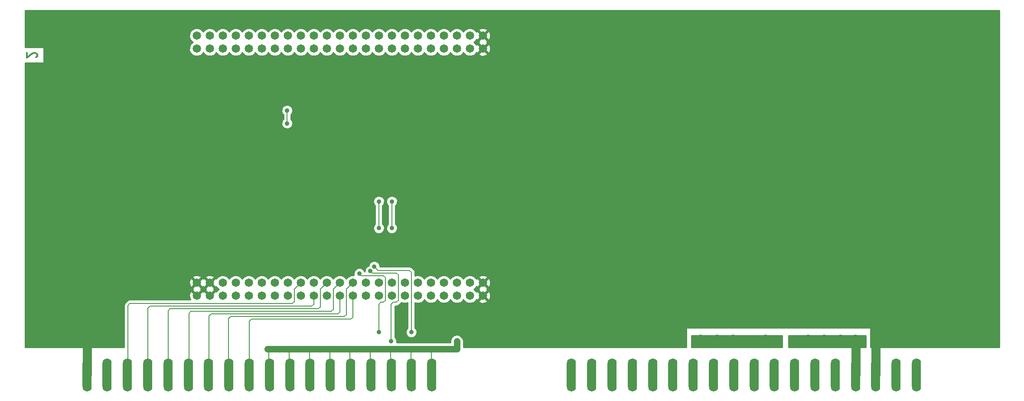
<source format=gbl>
G04 (created by PCBNEW (2013-mar-25)-stable) date Saturday, October 26, 2013 01:40:07 PM*
%MOIN*%
G04 Gerber Fmt 3.4, Leading zero omitted, Abs format*
%FSLAX34Y34*%
G01*
G70*
G90*
G04 APERTURE LIST*
%ADD10C,2.3622e-06*%
%ADD11C,0.012*%
%ADD12O,0.07X0.256*%
%ADD13C,0.065*%
%ADD14C,0.035*%
%ADD15C,0.1*%
%ADD16C,0.008*%
%ADD17C,0.05*%
%ADD18C,0.07*%
%ADD19C,0.01*%
G04 APERTURE END LIST*
G54D10*
G54D11*
X11400Y-14171D02*
X11438Y-14142D01*
X11476Y-14085D01*
X11476Y-13942D01*
X11438Y-13885D01*
X11400Y-13857D01*
X11323Y-13828D01*
X11247Y-13828D01*
X11133Y-13857D01*
X10676Y-14200D01*
X10676Y-13828D01*
G54D12*
X15310Y-38580D03*
X16870Y-38580D03*
X18430Y-38580D03*
X19990Y-38580D03*
X21550Y-38580D03*
X23110Y-38580D03*
X24670Y-38580D03*
X26230Y-38580D03*
X27790Y-38580D03*
X29350Y-38580D03*
X30910Y-38580D03*
X32470Y-38580D03*
X34030Y-38580D03*
X35590Y-38580D03*
X37150Y-38580D03*
X38710Y-38580D03*
X40270Y-38580D03*
X41830Y-38580D03*
X52570Y-38580D03*
X54130Y-38580D03*
X55690Y-38580D03*
X57250Y-38580D03*
X58810Y-38580D03*
X60370Y-38580D03*
X61930Y-38580D03*
X63490Y-38580D03*
X65050Y-38580D03*
X66610Y-38580D03*
X68170Y-38580D03*
X69730Y-38580D03*
X71290Y-38580D03*
X72850Y-38580D03*
X74410Y-38580D03*
X75970Y-38580D03*
X77530Y-38580D03*
X79090Y-38580D03*
G54D13*
X45750Y-32500D03*
X45750Y-31500D03*
X44750Y-32500D03*
X44750Y-31500D03*
X43750Y-32500D03*
X43750Y-31500D03*
X42750Y-32500D03*
X42750Y-31500D03*
X41750Y-32500D03*
X41750Y-31500D03*
X40750Y-32500D03*
X40750Y-31500D03*
X39750Y-32500D03*
X39750Y-31500D03*
X38750Y-32500D03*
X38750Y-31500D03*
X37750Y-32500D03*
X37750Y-31500D03*
X36750Y-32500D03*
X36750Y-31500D03*
X35750Y-32500D03*
X35750Y-31500D03*
X34750Y-32500D03*
X34750Y-31500D03*
X33750Y-32500D03*
X33750Y-31500D03*
X32750Y-32500D03*
X32750Y-31500D03*
X31750Y-32500D03*
X31750Y-31500D03*
X30750Y-32500D03*
X30750Y-31500D03*
X29750Y-32500D03*
X29750Y-31500D03*
X28750Y-32500D03*
X28750Y-31500D03*
X27750Y-32500D03*
X27750Y-31500D03*
X26750Y-32500D03*
X26750Y-31500D03*
X25750Y-32500D03*
X25750Y-31500D03*
X24750Y-32500D03*
X24750Y-31500D03*
X23750Y-32500D03*
X23750Y-31500D03*
X45750Y-13500D03*
X45750Y-12500D03*
X44750Y-13500D03*
X44750Y-12500D03*
X43750Y-13500D03*
X43750Y-12500D03*
X42750Y-13500D03*
X42750Y-12500D03*
X41750Y-13500D03*
X41750Y-12500D03*
X40750Y-13500D03*
X40750Y-12500D03*
X39750Y-13500D03*
X39750Y-12500D03*
X38750Y-13500D03*
X38750Y-12500D03*
X37750Y-13500D03*
X37750Y-12500D03*
X36750Y-13500D03*
X36750Y-12500D03*
X35750Y-13500D03*
X35750Y-12500D03*
X34750Y-13500D03*
X34750Y-12500D03*
X33750Y-13500D03*
X33750Y-12500D03*
X32750Y-13500D03*
X32750Y-12500D03*
X31750Y-13500D03*
X31750Y-12500D03*
X30750Y-13500D03*
X30750Y-12500D03*
X29750Y-13500D03*
X29750Y-12500D03*
X28750Y-13500D03*
X28750Y-12500D03*
X27750Y-13500D03*
X27750Y-12500D03*
X26750Y-13500D03*
X26750Y-12500D03*
X25750Y-13500D03*
X25750Y-12500D03*
X24750Y-13500D03*
X24750Y-12500D03*
X23750Y-13500D03*
X23750Y-12500D03*
G54D14*
X37750Y-25250D03*
X37750Y-27300D03*
X38750Y-25250D03*
X38750Y-27300D03*
G54D15*
X67500Y-36000D03*
G54D14*
X43750Y-36000D03*
G54D15*
X62500Y-36000D03*
X65000Y-36000D03*
X63750Y-36000D03*
X70750Y-36000D03*
X73250Y-36000D03*
X72000Y-36000D03*
X74400Y-36000D03*
G54D14*
X30700Y-18250D03*
X30700Y-19250D03*
X38700Y-36000D03*
X37100Y-30600D03*
X37750Y-35300D03*
X36250Y-30800D03*
X40250Y-35300D03*
X37400Y-30250D03*
X66250Y-33500D03*
X30700Y-24250D03*
X34500Y-15750D03*
X32750Y-15750D03*
X36350Y-24250D03*
G54D15*
X79000Y-36000D03*
X77750Y-36000D03*
X80250Y-36000D03*
X76500Y-36000D03*
G54D16*
X37750Y-27300D02*
X37750Y-25250D01*
X38750Y-27300D02*
X38750Y-25250D01*
G54D17*
X43750Y-36600D02*
X41750Y-36600D01*
X43750Y-36600D02*
X43750Y-36000D01*
G54D16*
X41780Y-39180D02*
X41780Y-36600D01*
X41780Y-36600D02*
X41750Y-36600D01*
X40220Y-39180D02*
X40220Y-36600D01*
X40220Y-36600D02*
X40200Y-36600D01*
X38660Y-39180D02*
X38660Y-36600D01*
X38660Y-36600D02*
X38650Y-36600D01*
X37100Y-39180D02*
X37100Y-36600D01*
X35540Y-39180D02*
X35540Y-36600D01*
X35540Y-36600D02*
X35500Y-36600D01*
X33980Y-39180D02*
X33980Y-36600D01*
X33980Y-36600D02*
X34000Y-36600D01*
X32420Y-39180D02*
X32420Y-36600D01*
X32420Y-36600D02*
X32400Y-36600D01*
X30860Y-39180D02*
X30860Y-36600D01*
X30860Y-36600D02*
X30850Y-36600D01*
X29300Y-39180D02*
X29300Y-36700D01*
G54D17*
X43700Y-36600D02*
X43750Y-36600D01*
X41750Y-36600D02*
X40200Y-36600D01*
X40200Y-36600D02*
X38650Y-36600D01*
X38650Y-36600D02*
X37100Y-36600D01*
X37100Y-36600D02*
X35500Y-36600D01*
X35500Y-36600D02*
X34000Y-36600D01*
X34000Y-36600D02*
X32400Y-36600D01*
X32400Y-36600D02*
X30850Y-36600D01*
X30850Y-36600D02*
X29200Y-36600D01*
G54D16*
X29300Y-36700D02*
X29200Y-36600D01*
G54D18*
X74410Y-38580D02*
X74410Y-36000D01*
X74410Y-36000D02*
X74400Y-36000D01*
X74388Y-36000D02*
X74400Y-36000D01*
G54D16*
X30700Y-19250D02*
X30700Y-18250D01*
X37250Y-30750D02*
X37100Y-30600D01*
X39250Y-30900D02*
X39100Y-30750D01*
X39250Y-32850D02*
X39250Y-30900D01*
X39100Y-30750D02*
X37250Y-30750D01*
X38850Y-33000D02*
X39100Y-33000D01*
X39100Y-33000D02*
X39250Y-32850D01*
X38700Y-36000D02*
X38700Y-33150D01*
X38700Y-33150D02*
X38850Y-33000D01*
X31750Y-31500D02*
X31250Y-32000D01*
X18450Y-38560D02*
X18430Y-38580D01*
X18450Y-33250D02*
X18450Y-38560D01*
X18600Y-33100D02*
X18450Y-33250D01*
X31100Y-33100D02*
X18600Y-33100D01*
X31250Y-32950D02*
X31100Y-33100D01*
X31250Y-32000D02*
X31250Y-32950D01*
X32600Y-33300D02*
X20150Y-33300D01*
X32750Y-33150D02*
X32600Y-33300D01*
X32750Y-32500D02*
X32750Y-33150D01*
X20000Y-38570D02*
X19990Y-38580D01*
X20000Y-33450D02*
X20000Y-38570D01*
X20150Y-33300D02*
X20000Y-33450D01*
X33750Y-31500D02*
X33250Y-32000D01*
X21550Y-33650D02*
X21550Y-38580D01*
X21700Y-33500D02*
X21550Y-33650D01*
X33100Y-33500D02*
X21700Y-33500D01*
X33250Y-33350D02*
X33100Y-33500D01*
X33250Y-32000D02*
X33250Y-33350D01*
X34750Y-31500D02*
X34250Y-32000D01*
X23150Y-38540D02*
X23110Y-38580D01*
X23150Y-33850D02*
X23150Y-38540D01*
X23300Y-33700D02*
X23150Y-33850D01*
X34100Y-33700D02*
X23300Y-33700D01*
X34250Y-33550D02*
X34100Y-33700D01*
X34250Y-32000D02*
X34250Y-33550D01*
X34750Y-32500D02*
X34750Y-33750D01*
X24700Y-38550D02*
X24670Y-38580D01*
X24700Y-34050D02*
X24700Y-38550D01*
X24850Y-33900D02*
X24700Y-34050D01*
X34600Y-33900D02*
X24850Y-33900D01*
X34750Y-33750D02*
X34600Y-33900D01*
X35750Y-31500D02*
X35250Y-32000D01*
X26200Y-38550D02*
X26230Y-38580D01*
X26200Y-34250D02*
X26200Y-38550D01*
X26350Y-34100D02*
X26200Y-34250D01*
X35100Y-34100D02*
X26350Y-34100D01*
X35250Y-33950D02*
X35100Y-34100D01*
X35250Y-32000D02*
X35250Y-33950D01*
X35750Y-32500D02*
X35750Y-34150D01*
X27800Y-38570D02*
X27790Y-38580D01*
X27800Y-34450D02*
X27800Y-38570D01*
X27950Y-34300D02*
X27800Y-34450D01*
X35600Y-34300D02*
X27950Y-34300D01*
X35750Y-34150D02*
X35600Y-34300D01*
X36400Y-30950D02*
X36250Y-30800D01*
X38100Y-30950D02*
X36400Y-30950D01*
X37750Y-33150D02*
X37900Y-33000D01*
X37750Y-35300D02*
X37750Y-33150D01*
X38100Y-33000D02*
X38250Y-32850D01*
X37900Y-33000D02*
X38100Y-33000D01*
X38250Y-31100D02*
X38250Y-32850D01*
X38250Y-31100D02*
X38100Y-30950D01*
X37400Y-30250D02*
X37700Y-30550D01*
X40100Y-30550D02*
X37700Y-30550D01*
X40250Y-35300D02*
X40250Y-30700D01*
X40100Y-30550D02*
X40250Y-30700D01*
G54D18*
X15310Y-38580D02*
X15310Y-36000D01*
X15310Y-36000D02*
X15300Y-36000D01*
X75970Y-38580D02*
X75970Y-36000D01*
X75970Y-36000D02*
X76500Y-36000D01*
G54D19*
X10550Y-10550D02*
X85450Y-10550D01*
X10550Y-10630D02*
X85450Y-10630D01*
X10550Y-10710D02*
X85450Y-10710D01*
X10550Y-10790D02*
X85450Y-10790D01*
X10550Y-10870D02*
X85450Y-10870D01*
X10550Y-10950D02*
X85450Y-10950D01*
X10550Y-11030D02*
X85450Y-11030D01*
X10550Y-11110D02*
X85450Y-11110D01*
X10550Y-11190D02*
X85450Y-11190D01*
X10550Y-11270D02*
X85450Y-11270D01*
X10550Y-11350D02*
X85450Y-11350D01*
X10550Y-11430D02*
X85450Y-11430D01*
X10550Y-11510D02*
X85450Y-11510D01*
X10550Y-11590D02*
X85450Y-11590D01*
X10550Y-11670D02*
X85450Y-11670D01*
X10550Y-11750D02*
X85450Y-11750D01*
X10550Y-11830D02*
X85450Y-11830D01*
X10550Y-11910D02*
X85450Y-11910D01*
X10550Y-11990D02*
X23478Y-11990D01*
X24021Y-11990D02*
X24478Y-11990D01*
X25021Y-11990D02*
X25478Y-11990D01*
X26021Y-11990D02*
X26478Y-11990D01*
X27021Y-11990D02*
X27478Y-11990D01*
X28021Y-11990D02*
X28478Y-11990D01*
X29021Y-11990D02*
X29478Y-11990D01*
X30021Y-11990D02*
X30478Y-11990D01*
X31021Y-11990D02*
X31478Y-11990D01*
X32021Y-11990D02*
X32478Y-11990D01*
X33021Y-11990D02*
X33478Y-11990D01*
X34021Y-11990D02*
X34478Y-11990D01*
X35021Y-11990D02*
X35478Y-11990D01*
X36021Y-11990D02*
X36478Y-11990D01*
X37021Y-11990D02*
X37478Y-11990D01*
X38021Y-11990D02*
X38478Y-11990D01*
X39021Y-11990D02*
X39478Y-11990D01*
X40021Y-11990D02*
X40478Y-11990D01*
X41021Y-11990D02*
X41478Y-11990D01*
X42021Y-11990D02*
X42478Y-11990D01*
X43021Y-11990D02*
X43478Y-11990D01*
X44021Y-11990D02*
X44478Y-11990D01*
X45021Y-11990D02*
X45466Y-11990D01*
X46030Y-11990D02*
X85450Y-11990D01*
X10550Y-12070D02*
X23366Y-12070D01*
X24133Y-12070D02*
X24366Y-12070D01*
X25133Y-12070D02*
X25366Y-12070D01*
X26133Y-12070D02*
X26366Y-12070D01*
X27133Y-12070D02*
X27366Y-12070D01*
X28133Y-12070D02*
X28366Y-12070D01*
X29133Y-12070D02*
X29366Y-12070D01*
X30133Y-12070D02*
X30366Y-12070D01*
X31133Y-12070D02*
X31366Y-12070D01*
X32133Y-12070D02*
X32366Y-12070D01*
X33133Y-12070D02*
X33366Y-12070D01*
X34133Y-12070D02*
X34366Y-12070D01*
X35133Y-12070D02*
X35366Y-12070D01*
X36133Y-12070D02*
X36366Y-12070D01*
X37133Y-12070D02*
X37366Y-12070D01*
X38133Y-12070D02*
X38366Y-12070D01*
X39133Y-12070D02*
X39366Y-12070D01*
X40133Y-12070D02*
X40366Y-12070D01*
X41133Y-12070D02*
X41366Y-12070D01*
X42133Y-12070D02*
X42366Y-12070D01*
X43133Y-12070D02*
X43366Y-12070D01*
X44133Y-12070D02*
X44366Y-12070D01*
X45133Y-12070D02*
X45424Y-12070D01*
X46075Y-12070D02*
X85450Y-12070D01*
X10550Y-12150D02*
X23286Y-12150D01*
X24213Y-12150D02*
X24286Y-12150D01*
X25213Y-12150D02*
X25286Y-12150D01*
X26213Y-12150D02*
X26286Y-12150D01*
X27213Y-12150D02*
X27286Y-12150D01*
X28213Y-12150D02*
X28286Y-12150D01*
X29213Y-12150D02*
X29286Y-12150D01*
X30213Y-12150D02*
X30286Y-12150D01*
X31213Y-12150D02*
X31286Y-12150D01*
X32213Y-12150D02*
X32286Y-12150D01*
X33213Y-12150D02*
X33286Y-12150D01*
X34213Y-12150D02*
X34286Y-12150D01*
X35213Y-12150D02*
X35286Y-12150D01*
X36213Y-12150D02*
X36286Y-12150D01*
X37213Y-12150D02*
X37286Y-12150D01*
X38213Y-12150D02*
X38286Y-12150D01*
X39213Y-12150D02*
X39286Y-12150D01*
X40213Y-12150D02*
X40286Y-12150D01*
X41213Y-12150D02*
X41286Y-12150D01*
X42213Y-12150D02*
X42286Y-12150D01*
X43213Y-12150D02*
X43286Y-12150D01*
X44213Y-12150D02*
X44286Y-12150D01*
X45213Y-12150D02*
X45470Y-12150D01*
X46029Y-12150D02*
X46083Y-12150D01*
X46083Y-12150D02*
X85450Y-12150D01*
X10550Y-12230D02*
X23239Y-12230D01*
X45409Y-12230D02*
X45550Y-12230D01*
X45949Y-12230D02*
X46083Y-12230D01*
X46083Y-12230D02*
X46090Y-12230D01*
X46265Y-12230D02*
X85450Y-12230D01*
X10550Y-12310D02*
X23206Y-12310D01*
X45489Y-12310D02*
X45630Y-12310D01*
X45869Y-12310D02*
X46010Y-12310D01*
X46298Y-12310D02*
X85450Y-12310D01*
X10550Y-12390D02*
X23175Y-12390D01*
X45569Y-12390D02*
X45710Y-12390D01*
X45789Y-12390D02*
X45930Y-12390D01*
X46320Y-12390D02*
X85450Y-12390D01*
X10550Y-12470D02*
X23175Y-12470D01*
X45649Y-12470D02*
X45850Y-12470D01*
X46324Y-12470D02*
X85450Y-12470D01*
X10550Y-12550D02*
X23174Y-12550D01*
X45629Y-12550D02*
X45870Y-12550D01*
X46327Y-12550D02*
X85450Y-12550D01*
X10550Y-12630D02*
X23181Y-12630D01*
X45549Y-12630D02*
X45690Y-12630D01*
X45809Y-12630D02*
X45950Y-12630D01*
X46314Y-12630D02*
X46329Y-12630D01*
X46329Y-12630D02*
X85450Y-12630D01*
X10550Y-12710D02*
X23214Y-12710D01*
X45469Y-12710D02*
X45610Y-12710D01*
X45889Y-12710D02*
X46030Y-12710D01*
X46285Y-12710D02*
X46329Y-12710D01*
X46329Y-12710D02*
X85450Y-12710D01*
X10550Y-12790D02*
X23247Y-12790D01*
X45389Y-12790D02*
X45530Y-12790D01*
X45969Y-12790D02*
X46110Y-12790D01*
X46256Y-12790D02*
X46329Y-12790D01*
X46329Y-12790D02*
X85450Y-12790D01*
X10550Y-12870D02*
X23306Y-12870D01*
X45193Y-12870D02*
X45450Y-12870D01*
X46049Y-12870D02*
X46329Y-12870D01*
X46329Y-12870D02*
X85450Y-12870D01*
X10550Y-12950D02*
X23386Y-12950D01*
X45113Y-12950D02*
X45430Y-12950D01*
X46069Y-12950D02*
X46329Y-12950D01*
X46329Y-12950D02*
X85450Y-12950D01*
X10550Y-13030D02*
X23406Y-13030D01*
X45093Y-13030D02*
X45437Y-13030D01*
X46062Y-13030D02*
X46329Y-13030D01*
X46329Y-13030D02*
X85450Y-13030D01*
X10550Y-13110D02*
X23326Y-13110D01*
X45173Y-13110D02*
X45430Y-13110D01*
X46069Y-13110D02*
X46083Y-13110D01*
X46083Y-13110D02*
X46329Y-13110D01*
X46329Y-13110D02*
X85450Y-13110D01*
X10550Y-13190D02*
X23256Y-13190D01*
X45244Y-13190D02*
X45270Y-13190D01*
X45369Y-13190D02*
X45510Y-13190D01*
X45989Y-13190D02*
X46083Y-13190D01*
X46083Y-13190D02*
X46130Y-13190D01*
X46229Y-13190D02*
X46329Y-13190D01*
X46329Y-13190D02*
X85450Y-13190D01*
X10550Y-13270D02*
X23222Y-13270D01*
X45449Y-13270D02*
X45590Y-13270D01*
X45909Y-13270D02*
X46050Y-13270D01*
X46282Y-13270D02*
X46329Y-13270D01*
X46329Y-13270D02*
X85450Y-13270D01*
X10550Y-13350D02*
X23189Y-13350D01*
X45529Y-13350D02*
X45670Y-13350D01*
X45829Y-13350D02*
X45970Y-13350D01*
X46315Y-13350D02*
X46329Y-13350D01*
X46329Y-13350D02*
X85450Y-13350D01*
X11990Y-13430D02*
X23175Y-13430D01*
X45609Y-13430D02*
X45890Y-13430D01*
X46322Y-13430D02*
X46329Y-13430D01*
X46329Y-13430D02*
X85450Y-13430D01*
X11990Y-13510D02*
X23174Y-13510D01*
X45669Y-13510D02*
X45679Y-13510D01*
X45679Y-13510D02*
X45830Y-13510D01*
X46326Y-13510D02*
X46329Y-13510D01*
X46329Y-13510D02*
X85450Y-13510D01*
X11990Y-13590D02*
X23174Y-13590D01*
X45589Y-13590D02*
X45679Y-13590D01*
X45679Y-13590D02*
X45730Y-13590D01*
X45769Y-13590D02*
X45910Y-13590D01*
X46328Y-13590D02*
X46329Y-13590D01*
X46329Y-13590D02*
X85450Y-13590D01*
X11990Y-13670D02*
X23198Y-13670D01*
X45509Y-13670D02*
X45650Y-13670D01*
X45849Y-13670D02*
X45990Y-13670D01*
X46299Y-13670D02*
X46329Y-13670D01*
X46329Y-13670D02*
X85450Y-13670D01*
X11990Y-13750D02*
X23231Y-13750D01*
X45429Y-13750D02*
X45570Y-13750D01*
X45929Y-13750D02*
X46070Y-13750D01*
X46271Y-13750D02*
X46329Y-13750D01*
X46329Y-13750D02*
X85450Y-13750D01*
X11990Y-13830D02*
X23266Y-13830D01*
X24233Y-13830D02*
X24266Y-13830D01*
X25233Y-13830D02*
X25266Y-13830D01*
X26233Y-13830D02*
X26266Y-13830D01*
X27233Y-13830D02*
X27266Y-13830D01*
X28233Y-13830D02*
X28266Y-13830D01*
X29233Y-13830D02*
X29266Y-13830D01*
X30233Y-13830D02*
X30266Y-13830D01*
X31233Y-13830D02*
X31266Y-13830D01*
X32233Y-13830D02*
X32266Y-13830D01*
X33233Y-13830D02*
X33266Y-13830D01*
X34233Y-13830D02*
X34266Y-13830D01*
X35233Y-13830D02*
X35266Y-13830D01*
X36233Y-13830D02*
X36266Y-13830D01*
X37233Y-13830D02*
X37266Y-13830D01*
X38233Y-13830D02*
X38266Y-13830D01*
X39233Y-13830D02*
X39266Y-13830D01*
X40233Y-13830D02*
X40266Y-13830D01*
X41233Y-13830D02*
X41266Y-13830D01*
X42233Y-13830D02*
X42266Y-13830D01*
X43233Y-13830D02*
X43266Y-13830D01*
X44233Y-13830D02*
X44266Y-13830D01*
X45233Y-13830D02*
X45335Y-13830D01*
X45349Y-13830D02*
X45490Y-13830D01*
X46009Y-13830D02*
X46150Y-13830D01*
X46164Y-13830D02*
X46329Y-13830D01*
X46329Y-13830D02*
X85450Y-13830D01*
X11990Y-13910D02*
X23346Y-13910D01*
X24153Y-13910D02*
X24346Y-13910D01*
X25153Y-13910D02*
X25346Y-13910D01*
X26153Y-13910D02*
X26346Y-13910D01*
X27153Y-13910D02*
X27346Y-13910D01*
X28153Y-13910D02*
X28346Y-13910D01*
X29153Y-13910D02*
X29346Y-13910D01*
X30153Y-13910D02*
X30346Y-13910D01*
X31153Y-13910D02*
X31346Y-13910D01*
X32153Y-13910D02*
X32346Y-13910D01*
X33153Y-13910D02*
X33346Y-13910D01*
X34153Y-13910D02*
X34346Y-13910D01*
X35153Y-13910D02*
X35346Y-13910D01*
X36153Y-13910D02*
X36346Y-13910D01*
X37153Y-13910D02*
X37346Y-13910D01*
X38153Y-13910D02*
X38346Y-13910D01*
X39153Y-13910D02*
X39346Y-13910D01*
X40153Y-13910D02*
X40346Y-13910D01*
X41153Y-13910D02*
X41346Y-13910D01*
X42153Y-13910D02*
X42346Y-13910D01*
X43153Y-13910D02*
X43346Y-13910D01*
X44153Y-13910D02*
X44346Y-13910D01*
X45153Y-13910D02*
X45418Y-13910D01*
X46081Y-13910D02*
X46083Y-13910D01*
X46083Y-13910D02*
X46329Y-13910D01*
X46329Y-13910D02*
X85450Y-13910D01*
X11990Y-13990D02*
X23430Y-13990D01*
X24069Y-13990D02*
X24430Y-13990D01*
X25069Y-13990D02*
X25430Y-13990D01*
X26069Y-13990D02*
X26430Y-13990D01*
X27069Y-13990D02*
X27430Y-13990D01*
X28069Y-13990D02*
X28430Y-13990D01*
X29069Y-13990D02*
X29430Y-13990D01*
X30069Y-13990D02*
X30430Y-13990D01*
X31069Y-13990D02*
X31430Y-13990D01*
X32069Y-13990D02*
X32430Y-13990D01*
X33069Y-13990D02*
X33430Y-13990D01*
X34069Y-13990D02*
X34430Y-13990D01*
X35069Y-13990D02*
X35430Y-13990D01*
X36069Y-13990D02*
X36430Y-13990D01*
X37069Y-13990D02*
X37430Y-13990D01*
X38069Y-13990D02*
X38430Y-13990D01*
X39069Y-13990D02*
X39430Y-13990D01*
X40069Y-13990D02*
X40430Y-13990D01*
X41069Y-13990D02*
X41430Y-13990D01*
X42069Y-13990D02*
X42430Y-13990D01*
X43069Y-13990D02*
X43430Y-13990D01*
X44069Y-13990D02*
X44430Y-13990D01*
X45069Y-13990D02*
X45443Y-13990D01*
X46056Y-13990D02*
X46083Y-13990D01*
X46083Y-13990D02*
X46329Y-13990D01*
X46329Y-13990D02*
X85450Y-13990D01*
X11990Y-14070D02*
X23623Y-14070D01*
X23876Y-14070D02*
X24623Y-14070D01*
X24876Y-14070D02*
X25623Y-14070D01*
X25876Y-14070D02*
X26623Y-14070D01*
X26876Y-14070D02*
X27623Y-14070D01*
X27876Y-14070D02*
X28623Y-14070D01*
X28876Y-14070D02*
X29623Y-14070D01*
X29876Y-14070D02*
X30623Y-14070D01*
X30876Y-14070D02*
X31623Y-14070D01*
X31876Y-14070D02*
X32623Y-14070D01*
X32876Y-14070D02*
X33623Y-14070D01*
X33876Y-14070D02*
X34623Y-14070D01*
X34876Y-14070D02*
X35623Y-14070D01*
X35876Y-14070D02*
X36623Y-14070D01*
X36876Y-14070D02*
X37623Y-14070D01*
X37876Y-14070D02*
X38623Y-14070D01*
X38876Y-14070D02*
X39623Y-14070D01*
X39876Y-14070D02*
X40623Y-14070D01*
X40876Y-14070D02*
X41623Y-14070D01*
X41876Y-14070D02*
X42623Y-14070D01*
X42876Y-14070D02*
X43623Y-14070D01*
X43876Y-14070D02*
X44623Y-14070D01*
X44876Y-14070D02*
X45635Y-14070D01*
X45871Y-14070D02*
X46083Y-14070D01*
X46083Y-14070D02*
X46329Y-14070D01*
X46329Y-14070D02*
X85450Y-14070D01*
X11990Y-14150D02*
X46083Y-14150D01*
X46083Y-14150D02*
X46329Y-14150D01*
X46329Y-14150D02*
X85450Y-14150D01*
X11990Y-14230D02*
X46083Y-14230D01*
X46083Y-14230D02*
X46329Y-14230D01*
X46329Y-14230D02*
X85450Y-14230D01*
X11990Y-14310D02*
X46083Y-14310D01*
X46083Y-14310D02*
X46329Y-14310D01*
X46329Y-14310D02*
X85450Y-14310D01*
X11990Y-14390D02*
X46083Y-14390D01*
X46083Y-14390D02*
X46329Y-14390D01*
X46329Y-14390D02*
X85450Y-14390D01*
X11990Y-14470D02*
X46083Y-14470D01*
X46083Y-14470D02*
X46329Y-14470D01*
X46329Y-14470D02*
X85450Y-14470D01*
X11990Y-14550D02*
X46083Y-14550D01*
X46083Y-14550D02*
X46329Y-14550D01*
X46329Y-14550D02*
X85450Y-14550D01*
X10550Y-14630D02*
X46083Y-14630D01*
X46083Y-14630D02*
X46329Y-14630D01*
X46329Y-14630D02*
X85450Y-14630D01*
X10550Y-14710D02*
X46083Y-14710D01*
X46083Y-14710D02*
X46329Y-14710D01*
X46329Y-14710D02*
X85450Y-14710D01*
X10550Y-14790D02*
X46083Y-14790D01*
X46083Y-14790D02*
X46329Y-14790D01*
X46329Y-14790D02*
X85450Y-14790D01*
X10550Y-14870D02*
X46083Y-14870D01*
X46083Y-14870D02*
X46329Y-14870D01*
X46329Y-14870D02*
X85450Y-14870D01*
X10550Y-14950D02*
X46083Y-14950D01*
X46083Y-14950D02*
X46329Y-14950D01*
X46329Y-14950D02*
X85450Y-14950D01*
X10550Y-15030D02*
X46083Y-15030D01*
X46083Y-15030D02*
X46329Y-15030D01*
X46329Y-15030D02*
X85450Y-15030D01*
X10550Y-15110D02*
X46083Y-15110D01*
X46083Y-15110D02*
X46329Y-15110D01*
X46329Y-15110D02*
X85450Y-15110D01*
X10550Y-15190D02*
X46083Y-15190D01*
X46083Y-15190D02*
X46329Y-15190D01*
X46329Y-15190D02*
X85450Y-15190D01*
X10550Y-15270D02*
X46083Y-15270D01*
X46083Y-15270D02*
X46329Y-15270D01*
X46329Y-15270D02*
X85450Y-15270D01*
X10550Y-15350D02*
X46083Y-15350D01*
X46083Y-15350D02*
X46329Y-15350D01*
X46329Y-15350D02*
X85450Y-15350D01*
X10550Y-15430D02*
X46083Y-15430D01*
X46083Y-15430D02*
X46329Y-15430D01*
X46329Y-15430D02*
X85450Y-15430D01*
X10550Y-15510D02*
X46083Y-15510D01*
X46083Y-15510D02*
X46329Y-15510D01*
X46329Y-15510D02*
X85450Y-15510D01*
X10550Y-15590D02*
X46083Y-15590D01*
X46083Y-15590D02*
X46329Y-15590D01*
X46329Y-15590D02*
X85450Y-15590D01*
X10550Y-15670D02*
X46083Y-15670D01*
X46083Y-15670D02*
X46329Y-15670D01*
X46329Y-15670D02*
X85450Y-15670D01*
X10550Y-15750D02*
X46083Y-15750D01*
X46083Y-15750D02*
X46329Y-15750D01*
X46329Y-15750D02*
X85450Y-15750D01*
X10550Y-15830D02*
X46083Y-15830D01*
X46083Y-15830D02*
X46329Y-15830D01*
X46329Y-15830D02*
X85450Y-15830D01*
X10550Y-15910D02*
X46083Y-15910D01*
X46083Y-15910D02*
X46329Y-15910D01*
X46329Y-15910D02*
X85450Y-15910D01*
X10550Y-15990D02*
X46083Y-15990D01*
X46083Y-15990D02*
X46329Y-15990D01*
X46329Y-15990D02*
X85450Y-15990D01*
X10550Y-16070D02*
X46083Y-16070D01*
X46083Y-16070D02*
X46329Y-16070D01*
X46329Y-16070D02*
X85450Y-16070D01*
X10550Y-16150D02*
X46083Y-16150D01*
X46083Y-16150D02*
X46329Y-16150D01*
X46329Y-16150D02*
X85450Y-16150D01*
X10550Y-16230D02*
X46083Y-16230D01*
X46083Y-16230D02*
X46329Y-16230D01*
X46329Y-16230D02*
X85450Y-16230D01*
X10550Y-16310D02*
X46083Y-16310D01*
X46083Y-16310D02*
X46329Y-16310D01*
X46329Y-16310D02*
X85450Y-16310D01*
X10550Y-16390D02*
X46083Y-16390D01*
X46083Y-16390D02*
X46329Y-16390D01*
X46329Y-16390D02*
X85450Y-16390D01*
X10550Y-16470D02*
X46083Y-16470D01*
X46083Y-16470D02*
X46329Y-16470D01*
X46329Y-16470D02*
X85450Y-16470D01*
X10550Y-16550D02*
X46083Y-16550D01*
X46083Y-16550D02*
X46329Y-16550D01*
X46329Y-16550D02*
X85450Y-16550D01*
X10550Y-16630D02*
X46083Y-16630D01*
X46083Y-16630D02*
X46329Y-16630D01*
X46329Y-16630D02*
X85450Y-16630D01*
X10550Y-16710D02*
X46083Y-16710D01*
X46083Y-16710D02*
X46329Y-16710D01*
X46329Y-16710D02*
X85450Y-16710D01*
X10550Y-16790D02*
X46083Y-16790D01*
X46083Y-16790D02*
X46329Y-16790D01*
X46329Y-16790D02*
X85450Y-16790D01*
X10550Y-16870D02*
X46083Y-16870D01*
X46083Y-16870D02*
X46329Y-16870D01*
X46329Y-16870D02*
X85450Y-16870D01*
X10550Y-16950D02*
X46083Y-16950D01*
X46083Y-16950D02*
X46329Y-16950D01*
X46329Y-16950D02*
X85450Y-16950D01*
X10550Y-17030D02*
X46083Y-17030D01*
X46083Y-17030D02*
X46329Y-17030D01*
X46329Y-17030D02*
X85450Y-17030D01*
X10550Y-17110D02*
X46083Y-17110D01*
X46083Y-17110D02*
X46329Y-17110D01*
X46329Y-17110D02*
X85450Y-17110D01*
X10550Y-17190D02*
X46083Y-17190D01*
X46083Y-17190D02*
X46329Y-17190D01*
X46329Y-17190D02*
X85450Y-17190D01*
X10550Y-17270D02*
X46083Y-17270D01*
X46083Y-17270D02*
X46329Y-17270D01*
X46329Y-17270D02*
X85450Y-17270D01*
X10550Y-17350D02*
X46083Y-17350D01*
X46083Y-17350D02*
X46329Y-17350D01*
X46329Y-17350D02*
X85450Y-17350D01*
X10550Y-17430D02*
X46083Y-17430D01*
X46083Y-17430D02*
X46329Y-17430D01*
X46329Y-17430D02*
X85450Y-17430D01*
X10550Y-17510D02*
X46083Y-17510D01*
X46083Y-17510D02*
X46329Y-17510D01*
X46329Y-17510D02*
X85450Y-17510D01*
X10550Y-17590D02*
X46083Y-17590D01*
X46083Y-17590D02*
X46329Y-17590D01*
X46329Y-17590D02*
X85450Y-17590D01*
X10550Y-17670D02*
X46083Y-17670D01*
X46083Y-17670D02*
X46329Y-17670D01*
X46329Y-17670D02*
X85450Y-17670D01*
X10550Y-17750D02*
X46083Y-17750D01*
X46083Y-17750D02*
X46329Y-17750D01*
X46329Y-17750D02*
X85450Y-17750D01*
X10550Y-17830D02*
X30603Y-17830D01*
X30796Y-17830D02*
X46083Y-17830D01*
X46083Y-17830D02*
X46329Y-17830D01*
X46329Y-17830D02*
X85450Y-17830D01*
X10550Y-17910D02*
X30439Y-17910D01*
X30961Y-17910D02*
X46083Y-17910D01*
X46083Y-17910D02*
X46329Y-17910D01*
X46329Y-17910D02*
X85450Y-17910D01*
X10550Y-17990D02*
X30358Y-17990D01*
X31040Y-17990D02*
X46083Y-17990D01*
X46083Y-17990D02*
X46329Y-17990D01*
X46329Y-17990D02*
X85450Y-17990D01*
X10550Y-18070D02*
X30314Y-18070D01*
X31085Y-18070D02*
X46083Y-18070D01*
X46083Y-18070D02*
X46329Y-18070D01*
X46329Y-18070D02*
X85450Y-18070D01*
X10550Y-18150D02*
X30281Y-18150D01*
X31118Y-18150D02*
X46083Y-18150D01*
X46083Y-18150D02*
X46329Y-18150D01*
X46329Y-18150D02*
X85450Y-18150D01*
X10550Y-18230D02*
X30275Y-18230D01*
X31125Y-18230D02*
X46083Y-18230D01*
X46083Y-18230D02*
X46329Y-18230D01*
X46329Y-18230D02*
X85450Y-18230D01*
X10550Y-18310D02*
X30274Y-18310D01*
X31124Y-18310D02*
X46083Y-18310D01*
X46083Y-18310D02*
X46329Y-18310D01*
X46329Y-18310D02*
X85450Y-18310D01*
X10550Y-18390D02*
X30297Y-18390D01*
X31102Y-18390D02*
X46083Y-18390D01*
X46083Y-18390D02*
X46329Y-18390D01*
X46329Y-18390D02*
X85450Y-18390D01*
X10550Y-18470D02*
X30331Y-18470D01*
X31068Y-18470D02*
X46083Y-18470D01*
X46083Y-18470D02*
X46329Y-18470D01*
X46329Y-18470D02*
X85450Y-18470D01*
X10550Y-18550D02*
X30398Y-18550D01*
X31001Y-18550D02*
X46083Y-18550D01*
X46083Y-18550D02*
X46329Y-18550D01*
X46329Y-18550D02*
X85450Y-18550D01*
X10550Y-18630D02*
X30410Y-18630D01*
X30990Y-18630D02*
X46083Y-18630D01*
X46083Y-18630D02*
X46329Y-18630D01*
X46329Y-18630D02*
X85450Y-18630D01*
X10550Y-18710D02*
X30410Y-18710D01*
X30990Y-18710D02*
X46083Y-18710D01*
X46083Y-18710D02*
X46329Y-18710D01*
X46329Y-18710D02*
X85450Y-18710D01*
X10550Y-18790D02*
X30410Y-18790D01*
X30990Y-18790D02*
X46083Y-18790D01*
X46083Y-18790D02*
X46329Y-18790D01*
X46329Y-18790D02*
X85450Y-18790D01*
X10550Y-18870D02*
X30410Y-18870D01*
X30990Y-18870D02*
X46083Y-18870D01*
X46083Y-18870D02*
X46329Y-18870D01*
X46329Y-18870D02*
X85450Y-18870D01*
X10550Y-18950D02*
X30398Y-18950D01*
X31001Y-18950D02*
X46083Y-18950D01*
X46083Y-18950D02*
X46329Y-18950D01*
X46329Y-18950D02*
X85450Y-18950D01*
X10550Y-19030D02*
X30331Y-19030D01*
X31068Y-19030D02*
X46083Y-19030D01*
X46083Y-19030D02*
X46329Y-19030D01*
X46329Y-19030D02*
X85450Y-19030D01*
X10550Y-19110D02*
X30297Y-19110D01*
X31102Y-19110D02*
X46083Y-19110D01*
X46083Y-19110D02*
X46329Y-19110D01*
X46329Y-19110D02*
X85450Y-19110D01*
X10550Y-19190D02*
X30275Y-19190D01*
X31125Y-19190D02*
X31125Y-19190D01*
X31125Y-19190D02*
X46083Y-19190D01*
X46083Y-19190D02*
X46329Y-19190D01*
X46329Y-19190D02*
X85450Y-19190D01*
X10550Y-19270D02*
X30274Y-19270D01*
X31124Y-19270D02*
X31125Y-19270D01*
X31125Y-19270D02*
X46083Y-19270D01*
X46083Y-19270D02*
X46329Y-19270D01*
X46329Y-19270D02*
X85450Y-19270D01*
X10550Y-19350D02*
X30281Y-19350D01*
X31118Y-19350D02*
X31125Y-19350D01*
X31125Y-19350D02*
X46083Y-19350D01*
X46083Y-19350D02*
X46329Y-19350D01*
X46329Y-19350D02*
X85450Y-19350D01*
X10550Y-19430D02*
X30314Y-19430D01*
X31085Y-19430D02*
X31125Y-19430D01*
X31125Y-19430D02*
X46083Y-19430D01*
X46083Y-19430D02*
X46329Y-19430D01*
X46329Y-19430D02*
X85450Y-19430D01*
X10550Y-19510D02*
X30359Y-19510D01*
X31041Y-19510D02*
X31125Y-19510D01*
X31125Y-19510D02*
X46083Y-19510D01*
X46083Y-19510D02*
X46329Y-19510D01*
X46329Y-19510D02*
X85450Y-19510D01*
X10550Y-19590D02*
X30438Y-19590D01*
X30960Y-19590D02*
X31125Y-19590D01*
X31125Y-19590D02*
X46083Y-19590D01*
X46083Y-19590D02*
X46329Y-19590D01*
X46329Y-19590D02*
X85450Y-19590D01*
X10550Y-19670D02*
X30603Y-19670D01*
X30796Y-19670D02*
X31125Y-19670D01*
X31125Y-19670D02*
X46083Y-19670D01*
X46083Y-19670D02*
X46329Y-19670D01*
X46329Y-19670D02*
X85450Y-19670D01*
X10550Y-19750D02*
X31125Y-19750D01*
X31125Y-19750D02*
X46083Y-19750D01*
X46083Y-19750D02*
X46329Y-19750D01*
X46329Y-19750D02*
X85450Y-19750D01*
X10550Y-19830D02*
X31125Y-19830D01*
X31125Y-19830D02*
X46083Y-19830D01*
X46083Y-19830D02*
X46329Y-19830D01*
X46329Y-19830D02*
X85450Y-19830D01*
X10550Y-19910D02*
X31125Y-19910D01*
X31125Y-19910D02*
X46083Y-19910D01*
X46083Y-19910D02*
X46329Y-19910D01*
X46329Y-19910D02*
X85450Y-19910D01*
X10550Y-19990D02*
X31125Y-19990D01*
X31125Y-19990D02*
X46083Y-19990D01*
X46083Y-19990D02*
X46329Y-19990D01*
X46329Y-19990D02*
X85450Y-19990D01*
X10550Y-20070D02*
X31125Y-20070D01*
X31125Y-20070D02*
X46083Y-20070D01*
X46083Y-20070D02*
X46329Y-20070D01*
X46329Y-20070D02*
X85450Y-20070D01*
X10550Y-20150D02*
X31125Y-20150D01*
X31125Y-20150D02*
X46083Y-20150D01*
X46083Y-20150D02*
X46329Y-20150D01*
X46329Y-20150D02*
X85450Y-20150D01*
X10550Y-20230D02*
X31125Y-20230D01*
X31125Y-20230D02*
X46083Y-20230D01*
X46083Y-20230D02*
X46329Y-20230D01*
X46329Y-20230D02*
X85450Y-20230D01*
X10550Y-20310D02*
X31125Y-20310D01*
X31125Y-20310D02*
X46083Y-20310D01*
X46083Y-20310D02*
X46329Y-20310D01*
X46329Y-20310D02*
X85450Y-20310D01*
X10550Y-20390D02*
X31125Y-20390D01*
X31125Y-20390D02*
X46083Y-20390D01*
X46083Y-20390D02*
X46329Y-20390D01*
X46329Y-20390D02*
X85450Y-20390D01*
X10550Y-20470D02*
X31125Y-20470D01*
X31125Y-20470D02*
X46083Y-20470D01*
X46083Y-20470D02*
X46329Y-20470D01*
X46329Y-20470D02*
X85450Y-20470D01*
X10550Y-20550D02*
X31125Y-20550D01*
X31125Y-20550D02*
X46083Y-20550D01*
X46083Y-20550D02*
X46329Y-20550D01*
X46329Y-20550D02*
X85450Y-20550D01*
X10550Y-20630D02*
X31125Y-20630D01*
X31125Y-20630D02*
X46083Y-20630D01*
X46083Y-20630D02*
X46329Y-20630D01*
X46329Y-20630D02*
X85450Y-20630D01*
X10550Y-20710D02*
X31125Y-20710D01*
X31125Y-20710D02*
X46083Y-20710D01*
X46083Y-20710D02*
X46329Y-20710D01*
X46329Y-20710D02*
X85450Y-20710D01*
X10550Y-20790D02*
X31125Y-20790D01*
X31125Y-20790D02*
X46083Y-20790D01*
X46083Y-20790D02*
X46329Y-20790D01*
X46329Y-20790D02*
X85450Y-20790D01*
X10550Y-20870D02*
X31125Y-20870D01*
X31125Y-20870D02*
X46083Y-20870D01*
X46083Y-20870D02*
X46329Y-20870D01*
X46329Y-20870D02*
X85450Y-20870D01*
X10550Y-20950D02*
X31125Y-20950D01*
X31125Y-20950D02*
X46083Y-20950D01*
X46083Y-20950D02*
X46329Y-20950D01*
X46329Y-20950D02*
X85450Y-20950D01*
X10550Y-21030D02*
X31125Y-21030D01*
X31125Y-21030D02*
X46083Y-21030D01*
X46083Y-21030D02*
X46329Y-21030D01*
X46329Y-21030D02*
X85450Y-21030D01*
X10550Y-21110D02*
X31125Y-21110D01*
X31125Y-21110D02*
X46083Y-21110D01*
X46083Y-21110D02*
X46329Y-21110D01*
X46329Y-21110D02*
X85450Y-21110D01*
X10550Y-21190D02*
X31125Y-21190D01*
X31125Y-21190D02*
X46083Y-21190D01*
X46083Y-21190D02*
X46329Y-21190D01*
X46329Y-21190D02*
X85450Y-21190D01*
X10550Y-21270D02*
X31125Y-21270D01*
X31125Y-21270D02*
X46083Y-21270D01*
X46083Y-21270D02*
X46329Y-21270D01*
X46329Y-21270D02*
X85450Y-21270D01*
X10550Y-21350D02*
X31125Y-21350D01*
X31125Y-21350D02*
X46083Y-21350D01*
X46083Y-21350D02*
X46329Y-21350D01*
X46329Y-21350D02*
X85450Y-21350D01*
X10550Y-21430D02*
X31125Y-21430D01*
X31125Y-21430D02*
X46083Y-21430D01*
X46083Y-21430D02*
X46329Y-21430D01*
X46329Y-21430D02*
X85450Y-21430D01*
X10550Y-21510D02*
X31125Y-21510D01*
X31125Y-21510D02*
X46083Y-21510D01*
X46083Y-21510D02*
X46329Y-21510D01*
X46329Y-21510D02*
X85450Y-21510D01*
X10550Y-21590D02*
X31125Y-21590D01*
X31125Y-21590D02*
X46083Y-21590D01*
X46083Y-21590D02*
X46329Y-21590D01*
X46329Y-21590D02*
X85450Y-21590D01*
X10550Y-21670D02*
X31125Y-21670D01*
X31125Y-21670D02*
X46083Y-21670D01*
X46083Y-21670D02*
X46329Y-21670D01*
X46329Y-21670D02*
X85450Y-21670D01*
X10550Y-21750D02*
X31125Y-21750D01*
X31125Y-21750D02*
X46083Y-21750D01*
X46083Y-21750D02*
X46329Y-21750D01*
X46329Y-21750D02*
X85450Y-21750D01*
X10550Y-21830D02*
X31125Y-21830D01*
X31125Y-21830D02*
X46083Y-21830D01*
X46083Y-21830D02*
X46329Y-21830D01*
X46329Y-21830D02*
X85450Y-21830D01*
X10550Y-21910D02*
X31125Y-21910D01*
X31125Y-21910D02*
X46083Y-21910D01*
X46083Y-21910D02*
X46329Y-21910D01*
X46329Y-21910D02*
X85450Y-21910D01*
X10550Y-21990D02*
X31125Y-21990D01*
X31125Y-21990D02*
X46083Y-21990D01*
X46083Y-21990D02*
X46329Y-21990D01*
X46329Y-21990D02*
X85450Y-21990D01*
X10550Y-22070D02*
X31125Y-22070D01*
X31125Y-22070D02*
X46083Y-22070D01*
X46083Y-22070D02*
X46329Y-22070D01*
X46329Y-22070D02*
X85450Y-22070D01*
X10550Y-22150D02*
X31125Y-22150D01*
X31125Y-22150D02*
X46083Y-22150D01*
X46083Y-22150D02*
X46329Y-22150D01*
X46329Y-22150D02*
X85450Y-22150D01*
X10550Y-22230D02*
X31125Y-22230D01*
X31125Y-22230D02*
X46083Y-22230D01*
X46083Y-22230D02*
X46329Y-22230D01*
X46329Y-22230D02*
X85450Y-22230D01*
X10550Y-22310D02*
X31125Y-22310D01*
X31125Y-22310D02*
X46083Y-22310D01*
X46083Y-22310D02*
X46329Y-22310D01*
X46329Y-22310D02*
X85450Y-22310D01*
X10550Y-22390D02*
X31125Y-22390D01*
X31125Y-22390D02*
X46083Y-22390D01*
X46083Y-22390D02*
X46329Y-22390D01*
X46329Y-22390D02*
X85450Y-22390D01*
X10550Y-22470D02*
X31125Y-22470D01*
X31125Y-22470D02*
X46083Y-22470D01*
X46083Y-22470D02*
X46329Y-22470D01*
X46329Y-22470D02*
X85450Y-22470D01*
X10550Y-22550D02*
X31125Y-22550D01*
X31125Y-22550D02*
X46083Y-22550D01*
X46083Y-22550D02*
X46329Y-22550D01*
X46329Y-22550D02*
X85450Y-22550D01*
X10550Y-22630D02*
X31125Y-22630D01*
X31125Y-22630D02*
X46083Y-22630D01*
X46083Y-22630D02*
X46329Y-22630D01*
X46329Y-22630D02*
X85450Y-22630D01*
X10550Y-22710D02*
X31125Y-22710D01*
X31125Y-22710D02*
X46083Y-22710D01*
X46083Y-22710D02*
X46329Y-22710D01*
X46329Y-22710D02*
X85450Y-22710D01*
X10550Y-22790D02*
X31125Y-22790D01*
X31125Y-22790D02*
X46083Y-22790D01*
X46083Y-22790D02*
X46329Y-22790D01*
X46329Y-22790D02*
X85450Y-22790D01*
X10550Y-22870D02*
X31125Y-22870D01*
X31125Y-22870D02*
X46083Y-22870D01*
X46083Y-22870D02*
X46329Y-22870D01*
X46329Y-22870D02*
X85450Y-22870D01*
X10550Y-22950D02*
X31125Y-22950D01*
X31125Y-22950D02*
X46083Y-22950D01*
X46083Y-22950D02*
X46329Y-22950D01*
X46329Y-22950D02*
X85450Y-22950D01*
X10550Y-23030D02*
X31125Y-23030D01*
X31125Y-23030D02*
X46083Y-23030D01*
X46083Y-23030D02*
X46329Y-23030D01*
X46329Y-23030D02*
X85450Y-23030D01*
X10550Y-23110D02*
X31125Y-23110D01*
X31125Y-23110D02*
X46083Y-23110D01*
X46083Y-23110D02*
X46329Y-23110D01*
X46329Y-23110D02*
X85450Y-23110D01*
X10550Y-23190D02*
X31125Y-23190D01*
X31125Y-23190D02*
X46083Y-23190D01*
X46083Y-23190D02*
X46329Y-23190D01*
X46329Y-23190D02*
X85450Y-23190D01*
X10550Y-23270D02*
X31125Y-23270D01*
X31125Y-23270D02*
X46083Y-23270D01*
X46083Y-23270D02*
X46329Y-23270D01*
X46329Y-23270D02*
X85450Y-23270D01*
X10550Y-23350D02*
X31125Y-23350D01*
X31125Y-23350D02*
X46083Y-23350D01*
X46083Y-23350D02*
X46329Y-23350D01*
X46329Y-23350D02*
X85450Y-23350D01*
X10550Y-23430D02*
X31125Y-23430D01*
X31125Y-23430D02*
X46083Y-23430D01*
X46083Y-23430D02*
X46329Y-23430D01*
X46329Y-23430D02*
X85450Y-23430D01*
X10550Y-23510D02*
X31125Y-23510D01*
X31125Y-23510D02*
X46083Y-23510D01*
X46083Y-23510D02*
X46329Y-23510D01*
X46329Y-23510D02*
X85450Y-23510D01*
X10550Y-23590D02*
X31125Y-23590D01*
X31125Y-23590D02*
X46083Y-23590D01*
X46083Y-23590D02*
X46329Y-23590D01*
X46329Y-23590D02*
X85450Y-23590D01*
X10550Y-23670D02*
X31125Y-23670D01*
X31125Y-23670D02*
X46083Y-23670D01*
X46083Y-23670D02*
X46329Y-23670D01*
X46329Y-23670D02*
X85450Y-23670D01*
X10550Y-23750D02*
X31125Y-23750D01*
X31125Y-23750D02*
X46083Y-23750D01*
X46083Y-23750D02*
X46329Y-23750D01*
X46329Y-23750D02*
X85450Y-23750D01*
X10550Y-23830D02*
X31125Y-23830D01*
X31125Y-23830D02*
X46083Y-23830D01*
X46083Y-23830D02*
X46329Y-23830D01*
X46329Y-23830D02*
X85450Y-23830D01*
X10550Y-23910D02*
X31125Y-23910D01*
X31125Y-23910D02*
X46083Y-23910D01*
X46083Y-23910D02*
X46329Y-23910D01*
X46329Y-23910D02*
X85450Y-23910D01*
X10550Y-23990D02*
X31125Y-23990D01*
X31125Y-23990D02*
X46083Y-23990D01*
X46083Y-23990D02*
X46329Y-23990D01*
X46329Y-23990D02*
X85450Y-23990D01*
X10550Y-24070D02*
X31125Y-24070D01*
X31125Y-24070D02*
X46083Y-24070D01*
X46083Y-24070D02*
X46329Y-24070D01*
X46329Y-24070D02*
X85450Y-24070D01*
X10550Y-24150D02*
X31125Y-24150D01*
X31125Y-24150D02*
X46083Y-24150D01*
X46083Y-24150D02*
X46329Y-24150D01*
X46329Y-24150D02*
X85450Y-24150D01*
X10550Y-24230D02*
X31125Y-24230D01*
X31125Y-24230D02*
X46083Y-24230D01*
X46083Y-24230D02*
X46329Y-24230D01*
X46329Y-24230D02*
X85450Y-24230D01*
X10550Y-24310D02*
X31125Y-24310D01*
X31125Y-24310D02*
X46083Y-24310D01*
X46083Y-24310D02*
X46329Y-24310D01*
X46329Y-24310D02*
X85450Y-24310D01*
X10550Y-24390D02*
X31125Y-24390D01*
X31125Y-24390D02*
X46083Y-24390D01*
X46083Y-24390D02*
X46329Y-24390D01*
X46329Y-24390D02*
X85450Y-24390D01*
X10550Y-24470D02*
X31125Y-24470D01*
X31125Y-24470D02*
X46083Y-24470D01*
X46083Y-24470D02*
X46329Y-24470D01*
X46329Y-24470D02*
X85450Y-24470D01*
X10550Y-24550D02*
X31125Y-24550D01*
X31125Y-24550D02*
X46083Y-24550D01*
X46083Y-24550D02*
X46329Y-24550D01*
X46329Y-24550D02*
X85450Y-24550D01*
X10550Y-24630D02*
X31125Y-24630D01*
X31125Y-24630D02*
X46083Y-24630D01*
X46083Y-24630D02*
X46329Y-24630D01*
X46329Y-24630D02*
X85450Y-24630D01*
X10550Y-24710D02*
X31125Y-24710D01*
X31125Y-24710D02*
X46083Y-24710D01*
X46083Y-24710D02*
X46329Y-24710D01*
X46329Y-24710D02*
X85450Y-24710D01*
X10550Y-24790D02*
X31125Y-24790D01*
X31125Y-24790D02*
X46083Y-24790D01*
X46083Y-24790D02*
X46329Y-24790D01*
X46329Y-24790D02*
X85450Y-24790D01*
X10550Y-24870D02*
X31125Y-24870D01*
X31125Y-24870D02*
X37556Y-24870D01*
X37943Y-24870D02*
X38556Y-24870D01*
X38943Y-24870D02*
X46083Y-24870D01*
X46083Y-24870D02*
X46329Y-24870D01*
X46329Y-24870D02*
X85450Y-24870D01*
X10550Y-24950D02*
X31125Y-24950D01*
X31125Y-24950D02*
X37448Y-24950D01*
X38051Y-24950D02*
X38448Y-24950D01*
X39051Y-24950D02*
X46083Y-24950D01*
X46083Y-24950D02*
X46329Y-24950D01*
X46329Y-24950D02*
X85450Y-24950D01*
X10550Y-25030D02*
X31125Y-25030D01*
X31125Y-25030D02*
X37381Y-25030D01*
X38118Y-25030D02*
X38381Y-25030D01*
X39118Y-25030D02*
X46083Y-25030D01*
X46083Y-25030D02*
X46329Y-25030D01*
X46329Y-25030D02*
X85450Y-25030D01*
X10550Y-25110D02*
X31125Y-25110D01*
X31125Y-25110D02*
X37347Y-25110D01*
X38152Y-25110D02*
X38347Y-25110D01*
X39152Y-25110D02*
X46083Y-25110D01*
X46083Y-25110D02*
X46329Y-25110D01*
X46329Y-25110D02*
X85450Y-25110D01*
X10550Y-25190D02*
X31125Y-25190D01*
X31125Y-25190D02*
X37325Y-25190D01*
X38175Y-25190D02*
X38325Y-25190D01*
X39175Y-25190D02*
X46083Y-25190D01*
X46083Y-25190D02*
X46329Y-25190D01*
X46329Y-25190D02*
X85450Y-25190D01*
X10550Y-25270D02*
X31125Y-25270D01*
X31125Y-25270D02*
X37324Y-25270D01*
X38174Y-25270D02*
X38324Y-25270D01*
X39174Y-25270D02*
X46083Y-25270D01*
X46083Y-25270D02*
X46329Y-25270D01*
X46329Y-25270D02*
X85450Y-25270D01*
X10550Y-25350D02*
X31125Y-25350D01*
X31125Y-25350D02*
X37331Y-25350D01*
X38168Y-25350D02*
X38331Y-25350D01*
X39168Y-25350D02*
X46083Y-25350D01*
X46083Y-25350D02*
X46329Y-25350D01*
X46329Y-25350D02*
X85450Y-25350D01*
X10550Y-25430D02*
X31125Y-25430D01*
X31125Y-25430D02*
X37364Y-25430D01*
X38135Y-25430D02*
X38364Y-25430D01*
X39135Y-25430D02*
X46083Y-25430D01*
X46083Y-25430D02*
X46329Y-25430D01*
X46329Y-25430D02*
X85450Y-25430D01*
X10550Y-25510D02*
X31125Y-25510D01*
X31125Y-25510D02*
X37409Y-25510D01*
X38091Y-25510D02*
X38409Y-25510D01*
X39091Y-25510D02*
X46083Y-25510D01*
X46083Y-25510D02*
X46329Y-25510D01*
X46329Y-25510D02*
X85450Y-25510D01*
X10550Y-25590D02*
X31125Y-25590D01*
X31125Y-25590D02*
X37460Y-25590D01*
X38040Y-25590D02*
X38460Y-25590D01*
X39040Y-25590D02*
X46083Y-25590D01*
X46083Y-25590D02*
X46329Y-25590D01*
X46329Y-25590D02*
X85450Y-25590D01*
X10550Y-25670D02*
X31125Y-25670D01*
X31125Y-25670D02*
X37460Y-25670D01*
X38040Y-25670D02*
X38460Y-25670D01*
X39040Y-25670D02*
X46083Y-25670D01*
X46083Y-25670D02*
X46329Y-25670D01*
X46329Y-25670D02*
X85450Y-25670D01*
X10550Y-25750D02*
X31125Y-25750D01*
X31125Y-25750D02*
X37460Y-25750D01*
X38040Y-25750D02*
X38460Y-25750D01*
X39040Y-25750D02*
X46083Y-25750D01*
X46083Y-25750D02*
X46329Y-25750D01*
X46329Y-25750D02*
X85450Y-25750D01*
X10550Y-25830D02*
X31125Y-25830D01*
X31125Y-25830D02*
X37460Y-25830D01*
X38040Y-25830D02*
X38460Y-25830D01*
X39040Y-25830D02*
X46083Y-25830D01*
X46083Y-25830D02*
X46329Y-25830D01*
X46329Y-25830D02*
X85450Y-25830D01*
X10550Y-25910D02*
X31125Y-25910D01*
X31125Y-25910D02*
X37460Y-25910D01*
X38040Y-25910D02*
X38460Y-25910D01*
X39040Y-25910D02*
X46083Y-25910D01*
X46083Y-25910D02*
X46329Y-25910D01*
X46329Y-25910D02*
X85450Y-25910D01*
X10550Y-25990D02*
X31125Y-25990D01*
X31125Y-25990D02*
X37460Y-25990D01*
X38040Y-25990D02*
X38460Y-25990D01*
X39040Y-25990D02*
X46083Y-25990D01*
X46083Y-25990D02*
X46329Y-25990D01*
X46329Y-25990D02*
X85450Y-25990D01*
X10550Y-26070D02*
X31125Y-26070D01*
X31125Y-26070D02*
X37460Y-26070D01*
X38040Y-26070D02*
X38460Y-26070D01*
X39040Y-26070D02*
X46083Y-26070D01*
X46083Y-26070D02*
X46329Y-26070D01*
X46329Y-26070D02*
X85450Y-26070D01*
X10550Y-26150D02*
X31125Y-26150D01*
X31125Y-26150D02*
X37460Y-26150D01*
X38040Y-26150D02*
X38460Y-26150D01*
X39040Y-26150D02*
X46083Y-26150D01*
X46083Y-26150D02*
X46329Y-26150D01*
X46329Y-26150D02*
X85450Y-26150D01*
X10550Y-26230D02*
X31125Y-26230D01*
X31125Y-26230D02*
X37460Y-26230D01*
X38040Y-26230D02*
X38460Y-26230D01*
X39040Y-26230D02*
X46083Y-26230D01*
X46083Y-26230D02*
X46329Y-26230D01*
X46329Y-26230D02*
X85450Y-26230D01*
X10550Y-26310D02*
X31125Y-26310D01*
X31125Y-26310D02*
X37460Y-26310D01*
X38040Y-26310D02*
X38460Y-26310D01*
X39040Y-26310D02*
X46083Y-26310D01*
X46083Y-26310D02*
X46329Y-26310D01*
X46329Y-26310D02*
X85450Y-26310D01*
X10550Y-26390D02*
X31125Y-26390D01*
X31125Y-26390D02*
X37460Y-26390D01*
X38040Y-26390D02*
X38460Y-26390D01*
X39040Y-26390D02*
X46083Y-26390D01*
X46083Y-26390D02*
X46329Y-26390D01*
X46329Y-26390D02*
X85450Y-26390D01*
X10550Y-26470D02*
X31125Y-26470D01*
X31125Y-26470D02*
X37460Y-26470D01*
X38040Y-26470D02*
X38460Y-26470D01*
X39040Y-26470D02*
X46083Y-26470D01*
X46083Y-26470D02*
X46329Y-26470D01*
X46329Y-26470D02*
X85450Y-26470D01*
X10550Y-26550D02*
X31125Y-26550D01*
X31125Y-26550D02*
X37460Y-26550D01*
X38040Y-26550D02*
X38460Y-26550D01*
X39040Y-26550D02*
X46083Y-26550D01*
X46083Y-26550D02*
X46329Y-26550D01*
X46329Y-26550D02*
X85450Y-26550D01*
X10550Y-26630D02*
X31125Y-26630D01*
X31125Y-26630D02*
X37460Y-26630D01*
X38040Y-26630D02*
X38460Y-26630D01*
X39040Y-26630D02*
X46083Y-26630D01*
X46083Y-26630D02*
X46329Y-26630D01*
X46329Y-26630D02*
X85450Y-26630D01*
X10550Y-26710D02*
X31125Y-26710D01*
X31125Y-26710D02*
X37460Y-26710D01*
X38040Y-26710D02*
X38460Y-26710D01*
X39040Y-26710D02*
X46083Y-26710D01*
X46083Y-26710D02*
X46329Y-26710D01*
X46329Y-26710D02*
X85450Y-26710D01*
X10550Y-26790D02*
X31125Y-26790D01*
X31125Y-26790D02*
X37460Y-26790D01*
X38040Y-26790D02*
X38460Y-26790D01*
X39040Y-26790D02*
X46083Y-26790D01*
X46083Y-26790D02*
X46329Y-26790D01*
X46329Y-26790D02*
X85450Y-26790D01*
X10550Y-26870D02*
X31125Y-26870D01*
X31125Y-26870D02*
X37460Y-26870D01*
X38040Y-26870D02*
X38460Y-26870D01*
X39040Y-26870D02*
X46083Y-26870D01*
X46083Y-26870D02*
X46329Y-26870D01*
X46329Y-26870D02*
X85450Y-26870D01*
X10550Y-26950D02*
X31125Y-26950D01*
X31125Y-26950D02*
X37460Y-26950D01*
X38040Y-26950D02*
X38460Y-26950D01*
X39040Y-26950D02*
X46083Y-26950D01*
X46083Y-26950D02*
X46329Y-26950D01*
X46329Y-26950D02*
X85450Y-26950D01*
X10550Y-27030D02*
X31125Y-27030D01*
X31125Y-27030D02*
X37418Y-27030D01*
X38080Y-27030D02*
X38418Y-27030D01*
X39080Y-27030D02*
X46083Y-27030D01*
X46083Y-27030D02*
X46329Y-27030D01*
X46329Y-27030D02*
X85450Y-27030D01*
X10550Y-27110D02*
X31125Y-27110D01*
X31125Y-27110D02*
X37368Y-27110D01*
X38131Y-27110D02*
X38368Y-27110D01*
X39131Y-27110D02*
X46083Y-27110D01*
X46083Y-27110D02*
X46329Y-27110D01*
X46329Y-27110D02*
X85450Y-27110D01*
X10550Y-27190D02*
X31125Y-27190D01*
X31125Y-27190D02*
X37335Y-27190D01*
X38164Y-27190D02*
X38335Y-27190D01*
X39164Y-27190D02*
X46083Y-27190D01*
X46083Y-27190D02*
X46329Y-27190D01*
X46329Y-27190D02*
X85450Y-27190D01*
X10550Y-27270D02*
X31125Y-27270D01*
X31125Y-27270D02*
X37325Y-27270D01*
X38175Y-27270D02*
X38175Y-27270D01*
X38175Y-27270D02*
X38325Y-27270D01*
X39175Y-27270D02*
X39175Y-27270D01*
X39175Y-27270D02*
X46083Y-27270D01*
X46083Y-27270D02*
X46329Y-27270D01*
X46329Y-27270D02*
X85450Y-27270D01*
X10550Y-27350D02*
X31125Y-27350D01*
X31125Y-27350D02*
X37324Y-27350D01*
X38174Y-27350D02*
X38175Y-27350D01*
X38175Y-27350D02*
X38324Y-27350D01*
X39174Y-27350D02*
X39175Y-27350D01*
X39175Y-27350D02*
X46083Y-27350D01*
X46083Y-27350D02*
X46329Y-27350D01*
X46329Y-27350D02*
X85450Y-27350D01*
X10550Y-27430D02*
X31125Y-27430D01*
X31125Y-27430D02*
X37343Y-27430D01*
X38156Y-27430D02*
X38175Y-27430D01*
X38175Y-27430D02*
X38343Y-27430D01*
X39156Y-27430D02*
X39175Y-27430D01*
X39175Y-27430D02*
X46083Y-27430D01*
X46083Y-27430D02*
X46329Y-27430D01*
X46329Y-27430D02*
X85450Y-27430D01*
X10550Y-27510D02*
X31125Y-27510D01*
X31125Y-27510D02*
X37376Y-27510D01*
X38122Y-27510D02*
X38175Y-27510D01*
X38175Y-27510D02*
X38376Y-27510D01*
X39122Y-27510D02*
X39175Y-27510D01*
X39175Y-27510D02*
X46083Y-27510D01*
X46083Y-27510D02*
X46329Y-27510D01*
X46329Y-27510D02*
X85450Y-27510D01*
X10550Y-27590D02*
X31125Y-27590D01*
X31125Y-27590D02*
X37438Y-27590D01*
X38061Y-27590D02*
X38175Y-27590D01*
X38175Y-27590D02*
X38438Y-27590D01*
X39061Y-27590D02*
X39175Y-27590D01*
X39175Y-27590D02*
X46083Y-27590D01*
X46083Y-27590D02*
X46329Y-27590D01*
X46329Y-27590D02*
X85450Y-27590D01*
X10550Y-27670D02*
X31125Y-27670D01*
X31125Y-27670D02*
X37532Y-27670D01*
X37967Y-27670D02*
X38175Y-27670D01*
X38175Y-27670D02*
X38532Y-27670D01*
X38967Y-27670D02*
X39175Y-27670D01*
X39175Y-27670D02*
X46083Y-27670D01*
X46083Y-27670D02*
X46329Y-27670D01*
X46329Y-27670D02*
X85450Y-27670D01*
X10550Y-27750D02*
X31125Y-27750D01*
X31125Y-27750D02*
X38175Y-27750D01*
X38175Y-27750D02*
X39175Y-27750D01*
X39175Y-27750D02*
X46083Y-27750D01*
X46083Y-27750D02*
X46329Y-27750D01*
X46329Y-27750D02*
X85450Y-27750D01*
X10550Y-27830D02*
X31125Y-27830D01*
X31125Y-27830D02*
X38175Y-27830D01*
X38175Y-27830D02*
X39175Y-27830D01*
X39175Y-27830D02*
X46083Y-27830D01*
X46083Y-27830D02*
X46329Y-27830D01*
X46329Y-27830D02*
X85450Y-27830D01*
X10550Y-27910D02*
X31125Y-27910D01*
X31125Y-27910D02*
X38175Y-27910D01*
X38175Y-27910D02*
X39175Y-27910D01*
X39175Y-27910D02*
X46083Y-27910D01*
X46083Y-27910D02*
X46329Y-27910D01*
X46329Y-27910D02*
X85450Y-27910D01*
X10550Y-27990D02*
X31125Y-27990D01*
X31125Y-27990D02*
X38175Y-27990D01*
X38175Y-27990D02*
X39175Y-27990D01*
X39175Y-27990D02*
X46083Y-27990D01*
X46083Y-27990D02*
X46329Y-27990D01*
X46329Y-27990D02*
X85450Y-27990D01*
X10550Y-28070D02*
X31125Y-28070D01*
X31125Y-28070D02*
X38175Y-28070D01*
X38175Y-28070D02*
X39175Y-28070D01*
X39175Y-28070D02*
X46083Y-28070D01*
X46083Y-28070D02*
X46329Y-28070D01*
X46329Y-28070D02*
X85450Y-28070D01*
X10550Y-28150D02*
X31125Y-28150D01*
X31125Y-28150D02*
X38175Y-28150D01*
X38175Y-28150D02*
X39175Y-28150D01*
X39175Y-28150D02*
X46083Y-28150D01*
X46083Y-28150D02*
X46329Y-28150D01*
X46329Y-28150D02*
X85450Y-28150D01*
X10550Y-28230D02*
X31125Y-28230D01*
X31125Y-28230D02*
X38175Y-28230D01*
X38175Y-28230D02*
X39175Y-28230D01*
X39175Y-28230D02*
X46083Y-28230D01*
X46083Y-28230D02*
X46329Y-28230D01*
X46329Y-28230D02*
X85450Y-28230D01*
X10550Y-28310D02*
X31125Y-28310D01*
X31125Y-28310D02*
X38175Y-28310D01*
X38175Y-28310D02*
X39175Y-28310D01*
X39175Y-28310D02*
X46083Y-28310D01*
X46083Y-28310D02*
X46329Y-28310D01*
X46329Y-28310D02*
X85450Y-28310D01*
X10550Y-28390D02*
X31125Y-28390D01*
X31125Y-28390D02*
X38175Y-28390D01*
X38175Y-28390D02*
X39175Y-28390D01*
X39175Y-28390D02*
X46083Y-28390D01*
X46083Y-28390D02*
X46329Y-28390D01*
X46329Y-28390D02*
X85450Y-28390D01*
X10550Y-28470D02*
X31125Y-28470D01*
X31125Y-28470D02*
X38175Y-28470D01*
X38175Y-28470D02*
X39175Y-28470D01*
X39175Y-28470D02*
X46083Y-28470D01*
X46083Y-28470D02*
X46329Y-28470D01*
X46329Y-28470D02*
X85450Y-28470D01*
X10550Y-28550D02*
X31125Y-28550D01*
X31125Y-28550D02*
X38175Y-28550D01*
X38175Y-28550D02*
X39175Y-28550D01*
X39175Y-28550D02*
X46083Y-28550D01*
X46083Y-28550D02*
X46329Y-28550D01*
X46329Y-28550D02*
X85450Y-28550D01*
X10550Y-28630D02*
X31125Y-28630D01*
X31125Y-28630D02*
X38175Y-28630D01*
X38175Y-28630D02*
X39175Y-28630D01*
X39175Y-28630D02*
X46083Y-28630D01*
X46083Y-28630D02*
X46329Y-28630D01*
X46329Y-28630D02*
X85450Y-28630D01*
X10550Y-28710D02*
X31125Y-28710D01*
X31125Y-28710D02*
X38175Y-28710D01*
X38175Y-28710D02*
X39175Y-28710D01*
X39175Y-28710D02*
X46083Y-28710D01*
X46083Y-28710D02*
X46329Y-28710D01*
X46329Y-28710D02*
X85450Y-28710D01*
X10550Y-28790D02*
X31125Y-28790D01*
X31125Y-28790D02*
X38175Y-28790D01*
X38175Y-28790D02*
X39175Y-28790D01*
X39175Y-28790D02*
X46083Y-28790D01*
X46083Y-28790D02*
X46329Y-28790D01*
X46329Y-28790D02*
X85450Y-28790D01*
X10550Y-28870D02*
X31125Y-28870D01*
X31125Y-28870D02*
X38175Y-28870D01*
X38175Y-28870D02*
X39175Y-28870D01*
X39175Y-28870D02*
X46083Y-28870D01*
X46083Y-28870D02*
X46329Y-28870D01*
X46329Y-28870D02*
X85450Y-28870D01*
X10550Y-28950D02*
X31125Y-28950D01*
X31125Y-28950D02*
X38175Y-28950D01*
X38175Y-28950D02*
X39175Y-28950D01*
X39175Y-28950D02*
X46083Y-28950D01*
X46083Y-28950D02*
X46329Y-28950D01*
X46329Y-28950D02*
X85450Y-28950D01*
X10550Y-29030D02*
X31125Y-29030D01*
X31125Y-29030D02*
X38175Y-29030D01*
X38175Y-29030D02*
X39175Y-29030D01*
X39175Y-29030D02*
X46083Y-29030D01*
X46083Y-29030D02*
X46329Y-29030D01*
X46329Y-29030D02*
X85450Y-29030D01*
X10550Y-29110D02*
X31125Y-29110D01*
X31125Y-29110D02*
X38175Y-29110D01*
X38175Y-29110D02*
X39175Y-29110D01*
X39175Y-29110D02*
X46083Y-29110D01*
X46083Y-29110D02*
X46329Y-29110D01*
X46329Y-29110D02*
X85450Y-29110D01*
X10550Y-29190D02*
X31125Y-29190D01*
X31125Y-29190D02*
X38175Y-29190D01*
X38175Y-29190D02*
X39175Y-29190D01*
X39175Y-29190D02*
X46083Y-29190D01*
X46083Y-29190D02*
X46329Y-29190D01*
X46329Y-29190D02*
X85450Y-29190D01*
X10550Y-29270D02*
X31125Y-29270D01*
X31125Y-29270D02*
X38175Y-29270D01*
X38175Y-29270D02*
X39175Y-29270D01*
X39175Y-29270D02*
X46083Y-29270D01*
X46083Y-29270D02*
X46329Y-29270D01*
X46329Y-29270D02*
X85450Y-29270D01*
X10550Y-29350D02*
X31125Y-29350D01*
X31125Y-29350D02*
X38175Y-29350D01*
X38175Y-29350D02*
X39175Y-29350D01*
X39175Y-29350D02*
X46083Y-29350D01*
X46083Y-29350D02*
X46329Y-29350D01*
X46329Y-29350D02*
X85450Y-29350D01*
X10550Y-29430D02*
X31125Y-29430D01*
X31125Y-29430D02*
X38175Y-29430D01*
X38175Y-29430D02*
X39175Y-29430D01*
X39175Y-29430D02*
X46083Y-29430D01*
X46083Y-29430D02*
X46329Y-29430D01*
X46329Y-29430D02*
X85450Y-29430D01*
X10550Y-29510D02*
X31125Y-29510D01*
X31125Y-29510D02*
X38175Y-29510D01*
X38175Y-29510D02*
X39175Y-29510D01*
X39175Y-29510D02*
X46083Y-29510D01*
X46083Y-29510D02*
X46329Y-29510D01*
X46329Y-29510D02*
X85450Y-29510D01*
X10550Y-29590D02*
X31125Y-29590D01*
X31125Y-29590D02*
X38175Y-29590D01*
X38175Y-29590D02*
X39175Y-29590D01*
X39175Y-29590D02*
X46083Y-29590D01*
X46083Y-29590D02*
X46329Y-29590D01*
X46329Y-29590D02*
X85450Y-29590D01*
X10550Y-29670D02*
X31125Y-29670D01*
X31125Y-29670D02*
X38175Y-29670D01*
X38175Y-29670D02*
X39175Y-29670D01*
X39175Y-29670D02*
X46083Y-29670D01*
X46083Y-29670D02*
X46329Y-29670D01*
X46329Y-29670D02*
X85450Y-29670D01*
X10550Y-29750D02*
X31125Y-29750D01*
X31125Y-29750D02*
X38175Y-29750D01*
X38175Y-29750D02*
X39175Y-29750D01*
X39175Y-29750D02*
X46083Y-29750D01*
X46083Y-29750D02*
X46329Y-29750D01*
X46329Y-29750D02*
X85450Y-29750D01*
X10550Y-29830D02*
X31125Y-29830D01*
X31125Y-29830D02*
X37303Y-29830D01*
X37496Y-29830D02*
X38175Y-29830D01*
X38175Y-29830D02*
X39175Y-29830D01*
X39175Y-29830D02*
X46083Y-29830D01*
X46083Y-29830D02*
X46329Y-29830D01*
X46329Y-29830D02*
X85450Y-29830D01*
X10550Y-29910D02*
X31125Y-29910D01*
X31125Y-29910D02*
X37139Y-29910D01*
X37661Y-29910D02*
X38175Y-29910D01*
X38175Y-29910D02*
X39175Y-29910D01*
X39175Y-29910D02*
X46083Y-29910D01*
X46083Y-29910D02*
X46329Y-29910D01*
X46329Y-29910D02*
X85450Y-29910D01*
X10550Y-29990D02*
X31125Y-29990D01*
X31125Y-29990D02*
X37058Y-29990D01*
X37740Y-29990D02*
X38175Y-29990D01*
X38175Y-29990D02*
X39175Y-29990D01*
X39175Y-29990D02*
X46083Y-29990D01*
X46083Y-29990D02*
X46329Y-29990D01*
X46329Y-29990D02*
X85450Y-29990D01*
X10550Y-30070D02*
X31125Y-30070D01*
X31125Y-30070D02*
X37014Y-30070D01*
X37785Y-30070D02*
X38175Y-30070D01*
X38175Y-30070D02*
X39175Y-30070D01*
X39175Y-30070D02*
X46083Y-30070D01*
X46083Y-30070D02*
X46329Y-30070D01*
X46329Y-30070D02*
X85450Y-30070D01*
X10550Y-30150D02*
X31125Y-30150D01*
X31125Y-30150D02*
X36981Y-30150D01*
X37818Y-30150D02*
X38175Y-30150D01*
X38175Y-30150D02*
X39175Y-30150D01*
X39175Y-30150D02*
X46083Y-30150D01*
X46083Y-30150D02*
X46329Y-30150D01*
X46329Y-30150D02*
X85450Y-30150D01*
X10550Y-30230D02*
X31125Y-30230D01*
X31125Y-30230D02*
X36882Y-30230D01*
X37825Y-30230D02*
X38175Y-30230D01*
X38175Y-30230D02*
X39175Y-30230D01*
X39175Y-30230D02*
X46083Y-30230D01*
X46083Y-30230D02*
X46329Y-30230D01*
X46329Y-30230D02*
X85450Y-30230D01*
X10550Y-30310D02*
X31125Y-30310D01*
X31125Y-30310D02*
X36788Y-30310D01*
X40252Y-30310D02*
X46083Y-30310D01*
X46083Y-30310D02*
X46329Y-30310D01*
X46329Y-30310D02*
X85450Y-30310D01*
X10550Y-30390D02*
X31125Y-30390D01*
X31125Y-30390D02*
X36129Y-30390D01*
X36370Y-30390D02*
X36727Y-30390D01*
X40350Y-30390D02*
X46083Y-30390D01*
X46083Y-30390D02*
X46329Y-30390D01*
X46329Y-30390D02*
X85450Y-30390D01*
X10550Y-30470D02*
X31125Y-30470D01*
X31125Y-30470D02*
X35979Y-30470D01*
X36521Y-30470D02*
X36693Y-30470D01*
X40430Y-30470D02*
X46083Y-30470D01*
X46083Y-30470D02*
X46329Y-30470D01*
X46329Y-30470D02*
X85450Y-30470D01*
X10550Y-30550D02*
X31125Y-30550D01*
X31125Y-30550D02*
X35898Y-30550D01*
X36600Y-30550D02*
X36675Y-30550D01*
X40491Y-30550D02*
X46083Y-30550D01*
X46083Y-30550D02*
X46329Y-30550D01*
X46329Y-30550D02*
X85450Y-30550D01*
X10550Y-30630D02*
X31125Y-30630D01*
X31125Y-30630D02*
X35860Y-30630D01*
X36639Y-30630D02*
X36674Y-30630D01*
X40526Y-30630D02*
X46083Y-30630D01*
X46083Y-30630D02*
X46329Y-30630D01*
X46329Y-30630D02*
X85450Y-30630D01*
X10550Y-30710D02*
X31125Y-30710D01*
X31125Y-30710D02*
X35827Y-30710D01*
X40540Y-30710D02*
X46083Y-30710D01*
X46083Y-30710D02*
X46329Y-30710D01*
X46329Y-30710D02*
X85450Y-30710D01*
X10550Y-30790D02*
X31125Y-30790D01*
X31125Y-30790D02*
X35825Y-30790D01*
X40540Y-30790D02*
X46083Y-30790D01*
X46083Y-30790D02*
X46329Y-30790D01*
X46329Y-30790D02*
X85450Y-30790D01*
X10550Y-30870D02*
X31125Y-30870D01*
X31125Y-30870D02*
X35824Y-30870D01*
X40540Y-30870D02*
X46083Y-30870D01*
X46083Y-30870D02*
X46329Y-30870D01*
X46329Y-30870D02*
X85450Y-30870D01*
X10550Y-30950D02*
X23563Y-30950D01*
X23919Y-30950D02*
X24563Y-30950D01*
X24919Y-30950D02*
X25575Y-30950D01*
X25924Y-30950D02*
X26575Y-30950D01*
X26924Y-30950D02*
X27575Y-30950D01*
X27924Y-30950D02*
X28575Y-30950D01*
X28924Y-30950D02*
X29575Y-30950D01*
X29924Y-30950D02*
X30575Y-30950D01*
X30924Y-30950D02*
X31125Y-30950D01*
X31125Y-30950D02*
X31575Y-30950D01*
X31924Y-30950D02*
X32575Y-30950D01*
X32924Y-30950D02*
X33575Y-30950D01*
X33924Y-30950D02*
X34575Y-30950D01*
X34924Y-30950D02*
X35575Y-30950D01*
X40540Y-30950D02*
X40575Y-30950D01*
X40924Y-30950D02*
X41575Y-30950D01*
X41924Y-30950D02*
X42575Y-30950D01*
X42924Y-30950D02*
X43575Y-30950D01*
X43924Y-30950D02*
X44575Y-30950D01*
X44924Y-30950D02*
X45563Y-30950D01*
X45919Y-30950D02*
X46083Y-30950D01*
X46083Y-30950D02*
X46329Y-30950D01*
X46329Y-30950D02*
X85450Y-30950D01*
X10550Y-31030D02*
X23437Y-31030D01*
X24062Y-31030D02*
X24437Y-31030D01*
X25062Y-31030D02*
X25406Y-31030D01*
X26093Y-31030D02*
X26406Y-31030D01*
X27093Y-31030D02*
X27406Y-31030D01*
X28093Y-31030D02*
X28406Y-31030D01*
X29093Y-31030D02*
X29406Y-31030D01*
X30093Y-31030D02*
X30406Y-31030D01*
X31093Y-31030D02*
X31125Y-31030D01*
X31125Y-31030D02*
X31406Y-31030D01*
X32093Y-31030D02*
X32406Y-31030D01*
X33093Y-31030D02*
X33406Y-31030D01*
X34093Y-31030D02*
X34406Y-31030D01*
X35093Y-31030D02*
X35406Y-31030D01*
X41093Y-31030D02*
X41406Y-31030D01*
X42093Y-31030D02*
X42406Y-31030D01*
X43093Y-31030D02*
X43406Y-31030D01*
X44093Y-31030D02*
X44406Y-31030D01*
X45093Y-31030D02*
X45437Y-31030D01*
X46062Y-31030D02*
X46083Y-31030D01*
X46083Y-31030D02*
X46329Y-31030D01*
X46329Y-31030D02*
X85450Y-31030D01*
X10550Y-31110D02*
X23430Y-31110D01*
X24069Y-31110D02*
X24083Y-31110D01*
X24083Y-31110D02*
X24430Y-31110D01*
X25069Y-31110D02*
X25083Y-31110D01*
X25083Y-31110D02*
X25326Y-31110D01*
X26173Y-31110D02*
X26326Y-31110D01*
X27173Y-31110D02*
X27326Y-31110D01*
X28173Y-31110D02*
X28326Y-31110D01*
X29173Y-31110D02*
X29326Y-31110D01*
X30173Y-31110D02*
X30326Y-31110D01*
X31173Y-31110D02*
X31326Y-31110D01*
X32173Y-31110D02*
X32326Y-31110D01*
X33173Y-31110D02*
X33326Y-31110D01*
X34173Y-31110D02*
X34326Y-31110D01*
X35173Y-31110D02*
X35326Y-31110D01*
X41173Y-31110D02*
X41326Y-31110D01*
X42173Y-31110D02*
X42326Y-31110D01*
X43173Y-31110D02*
X43326Y-31110D01*
X44173Y-31110D02*
X44326Y-31110D01*
X45173Y-31110D02*
X45430Y-31110D01*
X46069Y-31110D02*
X46083Y-31110D01*
X46083Y-31110D02*
X46329Y-31110D01*
X46329Y-31110D02*
X85450Y-31110D01*
X10550Y-31190D02*
X23270Y-31190D01*
X23369Y-31190D02*
X23510Y-31190D01*
X23989Y-31190D02*
X24083Y-31190D01*
X24083Y-31190D02*
X24130Y-31190D01*
X24229Y-31190D02*
X24270Y-31190D01*
X24369Y-31190D02*
X24510Y-31190D01*
X24989Y-31190D02*
X25083Y-31190D01*
X25083Y-31190D02*
X25130Y-31190D01*
X25229Y-31190D02*
X25256Y-31190D01*
X26244Y-31190D02*
X26256Y-31190D01*
X27244Y-31190D02*
X27256Y-31190D01*
X28244Y-31190D02*
X28256Y-31190D01*
X29244Y-31190D02*
X29256Y-31190D01*
X30244Y-31190D02*
X30256Y-31190D01*
X31244Y-31190D02*
X31256Y-31190D01*
X32244Y-31190D02*
X32256Y-31190D01*
X33244Y-31190D02*
X33256Y-31190D01*
X34244Y-31190D02*
X34256Y-31190D01*
X35244Y-31190D02*
X35256Y-31190D01*
X41244Y-31190D02*
X41256Y-31190D01*
X42244Y-31190D02*
X42256Y-31190D01*
X43244Y-31190D02*
X43256Y-31190D01*
X44244Y-31190D02*
X44256Y-31190D01*
X45244Y-31190D02*
X45270Y-31190D01*
X45369Y-31190D02*
X45510Y-31190D01*
X45989Y-31190D02*
X46083Y-31190D01*
X46083Y-31190D02*
X46130Y-31190D01*
X46229Y-31190D02*
X46329Y-31190D01*
X46329Y-31190D02*
X85450Y-31190D01*
X10550Y-31270D02*
X23221Y-31270D01*
X23449Y-31270D02*
X23590Y-31270D01*
X23909Y-31270D02*
X24050Y-31270D01*
X24449Y-31270D02*
X24590Y-31270D01*
X24909Y-31270D02*
X25050Y-31270D01*
X45449Y-31270D02*
X45590Y-31270D01*
X45909Y-31270D02*
X46050Y-31270D01*
X46282Y-31270D02*
X46329Y-31270D01*
X46329Y-31270D02*
X85450Y-31270D01*
X10550Y-31350D02*
X23192Y-31350D01*
X23529Y-31350D02*
X23670Y-31350D01*
X23829Y-31350D02*
X23970Y-31350D01*
X24529Y-31350D02*
X24670Y-31350D01*
X24829Y-31350D02*
X24970Y-31350D01*
X45529Y-31350D02*
X45670Y-31350D01*
X45829Y-31350D02*
X45970Y-31350D01*
X46315Y-31350D02*
X46329Y-31350D01*
X46329Y-31350D02*
X85450Y-31350D01*
X10550Y-31430D02*
X23171Y-31430D01*
X23609Y-31430D02*
X23890Y-31430D01*
X24609Y-31430D02*
X24890Y-31430D01*
X45609Y-31430D02*
X45890Y-31430D01*
X46322Y-31430D02*
X46329Y-31430D01*
X46329Y-31430D02*
X85450Y-31430D01*
X10550Y-31510D02*
X23174Y-31510D01*
X23669Y-31510D02*
X23679Y-31510D01*
X23679Y-31510D02*
X23830Y-31510D01*
X24669Y-31510D02*
X24679Y-31510D01*
X24679Y-31510D02*
X24830Y-31510D01*
X45669Y-31510D02*
X45830Y-31510D01*
X46326Y-31510D02*
X46329Y-31510D01*
X46329Y-31510D02*
X85450Y-31510D01*
X10550Y-31590D02*
X23178Y-31590D01*
X23589Y-31590D02*
X23679Y-31590D01*
X23679Y-31590D02*
X23730Y-31590D01*
X23769Y-31590D02*
X23910Y-31590D01*
X24589Y-31590D02*
X24679Y-31590D01*
X24679Y-31590D02*
X24730Y-31590D01*
X24769Y-31590D02*
X24910Y-31590D01*
X45589Y-31590D02*
X45730Y-31590D01*
X45769Y-31590D02*
X45910Y-31590D01*
X46328Y-31590D02*
X46329Y-31590D01*
X46329Y-31590D02*
X85450Y-31590D01*
X10550Y-31670D02*
X23192Y-31670D01*
X23509Y-31670D02*
X23650Y-31670D01*
X23849Y-31670D02*
X23990Y-31670D01*
X24509Y-31670D02*
X24650Y-31670D01*
X24849Y-31670D02*
X24990Y-31670D01*
X45509Y-31670D02*
X45650Y-31670D01*
X45849Y-31670D02*
X45990Y-31670D01*
X46299Y-31670D02*
X46329Y-31670D01*
X46329Y-31670D02*
X85450Y-31670D01*
X10550Y-31750D02*
X23226Y-31750D01*
X23429Y-31750D02*
X23570Y-31750D01*
X23929Y-31750D02*
X24070Y-31750D01*
X24429Y-31750D02*
X24570Y-31750D01*
X24929Y-31750D02*
X25070Y-31750D01*
X45429Y-31750D02*
X45570Y-31750D01*
X45929Y-31750D02*
X46070Y-31750D01*
X46271Y-31750D02*
X46329Y-31750D01*
X46329Y-31750D02*
X85450Y-31750D01*
X10550Y-31830D02*
X23335Y-31830D01*
X23349Y-31830D02*
X23490Y-31830D01*
X24009Y-31830D02*
X24150Y-31830D01*
X24164Y-31830D02*
X24335Y-31830D01*
X24349Y-31830D02*
X24490Y-31830D01*
X25009Y-31830D02*
X25150Y-31830D01*
X25164Y-31830D02*
X25266Y-31830D01*
X45233Y-31830D02*
X45335Y-31830D01*
X45349Y-31830D02*
X45490Y-31830D01*
X46009Y-31830D02*
X46150Y-31830D01*
X46164Y-31830D02*
X46329Y-31830D01*
X46329Y-31830D02*
X85450Y-31830D01*
X10550Y-31910D02*
X23418Y-31910D01*
X24081Y-31910D02*
X24418Y-31910D01*
X25081Y-31910D02*
X25346Y-31910D01*
X45153Y-31910D02*
X45418Y-31910D01*
X46081Y-31910D02*
X46329Y-31910D01*
X46329Y-31910D02*
X85450Y-31910D01*
X10550Y-31990D02*
X23443Y-31990D01*
X24056Y-31990D02*
X24443Y-31990D01*
X25056Y-31990D02*
X25430Y-31990D01*
X45069Y-31990D02*
X45443Y-31990D01*
X46056Y-31990D02*
X46329Y-31990D01*
X46329Y-31990D02*
X85450Y-31990D01*
X10550Y-32070D02*
X23424Y-32070D01*
X24075Y-32070D02*
X24424Y-32070D01*
X25075Y-32070D02*
X25366Y-32070D01*
X45133Y-32070D02*
X45424Y-32070D01*
X46075Y-32070D02*
X46329Y-32070D01*
X46329Y-32070D02*
X85450Y-32070D01*
X10550Y-32150D02*
X23470Y-32150D01*
X24029Y-32150D02*
X24083Y-32150D01*
X24083Y-32150D02*
X24470Y-32150D01*
X25029Y-32150D02*
X25083Y-32150D01*
X25083Y-32150D02*
X25286Y-32150D01*
X45213Y-32150D02*
X45470Y-32150D01*
X46029Y-32150D02*
X46083Y-32150D01*
X46083Y-32150D02*
X46329Y-32150D01*
X46329Y-32150D02*
X85450Y-32150D01*
X10550Y-32230D02*
X23236Y-32230D01*
X23409Y-32230D02*
X23550Y-32230D01*
X23949Y-32230D02*
X24083Y-32230D01*
X24083Y-32230D02*
X24090Y-32230D01*
X24409Y-32230D02*
X24550Y-32230D01*
X24949Y-32230D02*
X25083Y-32230D01*
X25083Y-32230D02*
X25090Y-32230D01*
X45409Y-32230D02*
X45550Y-32230D01*
X45949Y-32230D02*
X46083Y-32230D01*
X46083Y-32230D02*
X46090Y-32230D01*
X46265Y-32230D02*
X46329Y-32230D01*
X46329Y-32230D02*
X85450Y-32230D01*
X10550Y-32310D02*
X23207Y-32310D01*
X23489Y-32310D02*
X23630Y-32310D01*
X23869Y-32310D02*
X24010Y-32310D01*
X24489Y-32310D02*
X24630Y-32310D01*
X24869Y-32310D02*
X25010Y-32310D01*
X45489Y-32310D02*
X45630Y-32310D01*
X45869Y-32310D02*
X46010Y-32310D01*
X46298Y-32310D02*
X46329Y-32310D01*
X46329Y-32310D02*
X85450Y-32310D01*
X10550Y-32390D02*
X23178Y-32390D01*
X23569Y-32390D02*
X23710Y-32390D01*
X23789Y-32390D02*
X23930Y-32390D01*
X24569Y-32390D02*
X24710Y-32390D01*
X24789Y-32390D02*
X24930Y-32390D01*
X45569Y-32390D02*
X45710Y-32390D01*
X45789Y-32390D02*
X45930Y-32390D01*
X46320Y-32390D02*
X46329Y-32390D01*
X46329Y-32390D02*
X85450Y-32390D01*
X10550Y-32470D02*
X23173Y-32470D01*
X23649Y-32470D02*
X23850Y-32470D01*
X24649Y-32470D02*
X24850Y-32470D01*
X45649Y-32470D02*
X45850Y-32470D01*
X46324Y-32470D02*
X46329Y-32470D01*
X46329Y-32470D02*
X85450Y-32470D01*
X10550Y-32550D02*
X23176Y-32550D01*
X23718Y-32550D02*
X23781Y-32550D01*
X24718Y-32550D02*
X24781Y-32550D01*
X45629Y-32550D02*
X45870Y-32550D01*
X46327Y-32550D02*
X46329Y-32550D01*
X46329Y-32550D02*
X85450Y-32550D01*
X10550Y-32630D02*
X23180Y-32630D01*
X45549Y-32630D02*
X45690Y-32630D01*
X45809Y-32630D02*
X45950Y-32630D01*
X46314Y-32630D02*
X46329Y-32630D01*
X46329Y-32630D02*
X85450Y-32630D01*
X10550Y-32710D02*
X23209Y-32710D01*
X45469Y-32710D02*
X45610Y-32710D01*
X45889Y-32710D02*
X46030Y-32710D01*
X46285Y-32710D02*
X46329Y-32710D01*
X46329Y-32710D02*
X85450Y-32710D01*
X10550Y-32790D02*
X23242Y-32790D01*
X45389Y-32790D02*
X45530Y-32790D01*
X45969Y-32790D02*
X46110Y-32790D01*
X46256Y-32790D02*
X46329Y-32790D01*
X46329Y-32790D02*
X85450Y-32790D01*
X10550Y-32870D02*
X18432Y-32870D01*
X41193Y-32870D02*
X41306Y-32870D01*
X42193Y-32870D02*
X42306Y-32870D01*
X43193Y-32870D02*
X43306Y-32870D01*
X44193Y-32870D02*
X44306Y-32870D01*
X45193Y-32870D02*
X45450Y-32870D01*
X46049Y-32870D02*
X46329Y-32870D01*
X46329Y-32870D02*
X85450Y-32870D01*
X10550Y-32950D02*
X18339Y-32950D01*
X41113Y-32950D02*
X41386Y-32950D01*
X42113Y-32950D02*
X42386Y-32950D01*
X43113Y-32950D02*
X43386Y-32950D01*
X44113Y-32950D02*
X44386Y-32950D01*
X45113Y-32950D02*
X45430Y-32950D01*
X46069Y-32950D02*
X46083Y-32950D01*
X46083Y-32950D02*
X46329Y-32950D01*
X46329Y-32950D02*
X85450Y-32950D01*
X10550Y-33030D02*
X18259Y-33030D01*
X39471Y-33030D02*
X39526Y-33030D01*
X40973Y-33030D02*
X41526Y-33030D01*
X41973Y-33030D02*
X42526Y-33030D01*
X42973Y-33030D02*
X43526Y-33030D01*
X43973Y-33030D02*
X44526Y-33030D01*
X44973Y-33030D02*
X45524Y-33030D01*
X45985Y-33030D02*
X46083Y-33030D01*
X46083Y-33030D02*
X46329Y-33030D01*
X46329Y-33030D02*
X85450Y-33030D01*
X10550Y-33110D02*
X18201Y-33110D01*
X39400Y-33110D02*
X39960Y-33110D01*
X40540Y-33110D02*
X46083Y-33110D01*
X46083Y-33110D02*
X46329Y-33110D01*
X46329Y-33110D02*
X85450Y-33110D01*
X10550Y-33190D02*
X18171Y-33190D01*
X39320Y-33190D02*
X39960Y-33190D01*
X40540Y-33190D02*
X46083Y-33190D01*
X46083Y-33190D02*
X46329Y-33190D01*
X46329Y-33190D02*
X85450Y-33190D01*
X10550Y-33270D02*
X18160Y-33270D01*
X39200Y-33270D02*
X39960Y-33270D01*
X40540Y-33270D02*
X46083Y-33270D01*
X46083Y-33270D02*
X46329Y-33270D01*
X46329Y-33270D02*
X85450Y-33270D01*
X10550Y-33350D02*
X18160Y-33350D01*
X38990Y-33350D02*
X39960Y-33350D01*
X40540Y-33350D02*
X46083Y-33350D01*
X46083Y-33350D02*
X46329Y-33350D01*
X46329Y-33350D02*
X85450Y-33350D01*
X10550Y-33430D02*
X18160Y-33430D01*
X38990Y-33430D02*
X39960Y-33430D01*
X40540Y-33430D02*
X46083Y-33430D01*
X46083Y-33430D02*
X46329Y-33430D01*
X46329Y-33430D02*
X85450Y-33430D01*
X10550Y-33510D02*
X18160Y-33510D01*
X38990Y-33510D02*
X39960Y-33510D01*
X40540Y-33510D02*
X46083Y-33510D01*
X46083Y-33510D02*
X46329Y-33510D01*
X46329Y-33510D02*
X85450Y-33510D01*
X10550Y-33590D02*
X18160Y-33590D01*
X38990Y-33590D02*
X39960Y-33590D01*
X40540Y-33590D02*
X46083Y-33590D01*
X46083Y-33590D02*
X46329Y-33590D01*
X46329Y-33590D02*
X85450Y-33590D01*
X10550Y-33670D02*
X18160Y-33670D01*
X38990Y-33670D02*
X39960Y-33670D01*
X40540Y-33670D02*
X46083Y-33670D01*
X46083Y-33670D02*
X46329Y-33670D01*
X46329Y-33670D02*
X85450Y-33670D01*
X10550Y-33750D02*
X18160Y-33750D01*
X38990Y-33750D02*
X39960Y-33750D01*
X40540Y-33750D02*
X46083Y-33750D01*
X46083Y-33750D02*
X46329Y-33750D01*
X46329Y-33750D02*
X85450Y-33750D01*
X10550Y-33830D02*
X18160Y-33830D01*
X38990Y-33830D02*
X39960Y-33830D01*
X40540Y-33830D02*
X46083Y-33830D01*
X46083Y-33830D02*
X46329Y-33830D01*
X46329Y-33830D02*
X85450Y-33830D01*
X10550Y-33910D02*
X18160Y-33910D01*
X38990Y-33910D02*
X39960Y-33910D01*
X40540Y-33910D02*
X46083Y-33910D01*
X46083Y-33910D02*
X46329Y-33910D01*
X46329Y-33910D02*
X85450Y-33910D01*
X10550Y-33990D02*
X18160Y-33990D01*
X38990Y-33990D02*
X39960Y-33990D01*
X40540Y-33990D02*
X46083Y-33990D01*
X46083Y-33990D02*
X46329Y-33990D01*
X46329Y-33990D02*
X85450Y-33990D01*
X10550Y-34070D02*
X18160Y-34070D01*
X38990Y-34070D02*
X39960Y-34070D01*
X40540Y-34070D02*
X46083Y-34070D01*
X46083Y-34070D02*
X46329Y-34070D01*
X46329Y-34070D02*
X85450Y-34070D01*
X10550Y-34150D02*
X18160Y-34150D01*
X38990Y-34150D02*
X39960Y-34150D01*
X40540Y-34150D02*
X46083Y-34150D01*
X46083Y-34150D02*
X46329Y-34150D01*
X46329Y-34150D02*
X85450Y-34150D01*
X10550Y-34230D02*
X18160Y-34230D01*
X38990Y-34230D02*
X39960Y-34230D01*
X40540Y-34230D02*
X46083Y-34230D01*
X46083Y-34230D02*
X46329Y-34230D01*
X46329Y-34230D02*
X85450Y-34230D01*
X10550Y-34310D02*
X18160Y-34310D01*
X38990Y-34310D02*
X39960Y-34310D01*
X40540Y-34310D02*
X46083Y-34310D01*
X46083Y-34310D02*
X46329Y-34310D01*
X46329Y-34310D02*
X85450Y-34310D01*
X10550Y-34390D02*
X18160Y-34390D01*
X38990Y-34390D02*
X39960Y-34390D01*
X40540Y-34390D02*
X46083Y-34390D01*
X46083Y-34390D02*
X46329Y-34390D01*
X46329Y-34390D02*
X85450Y-34390D01*
X10550Y-34470D02*
X18160Y-34470D01*
X38990Y-34470D02*
X39960Y-34470D01*
X40540Y-34470D02*
X46083Y-34470D01*
X46083Y-34470D02*
X46329Y-34470D01*
X46329Y-34470D02*
X85450Y-34470D01*
X10550Y-34550D02*
X18160Y-34550D01*
X38990Y-34550D02*
X39960Y-34550D01*
X40540Y-34550D02*
X46083Y-34550D01*
X46083Y-34550D02*
X46329Y-34550D01*
X46329Y-34550D02*
X85450Y-34550D01*
X10550Y-34630D02*
X18160Y-34630D01*
X38990Y-34630D02*
X39960Y-34630D01*
X40540Y-34630D02*
X46083Y-34630D01*
X46083Y-34630D02*
X46329Y-34630D01*
X46329Y-34630D02*
X85450Y-34630D01*
X10550Y-34710D02*
X18160Y-34710D01*
X38990Y-34710D02*
X39960Y-34710D01*
X40540Y-34710D02*
X46083Y-34710D01*
X46083Y-34710D02*
X46329Y-34710D01*
X46329Y-34710D02*
X85450Y-34710D01*
X10550Y-34790D02*
X18160Y-34790D01*
X38990Y-34790D02*
X39960Y-34790D01*
X40540Y-34790D02*
X46083Y-34790D01*
X46083Y-34790D02*
X46329Y-34790D01*
X46329Y-34790D02*
X85450Y-34790D01*
X10550Y-34870D02*
X18160Y-34870D01*
X38990Y-34870D02*
X39960Y-34870D01*
X40540Y-34870D02*
X46083Y-34870D01*
X46083Y-34870D02*
X46329Y-34870D01*
X46329Y-34870D02*
X85450Y-34870D01*
X10550Y-34950D02*
X18160Y-34950D01*
X38990Y-34950D02*
X39960Y-34950D01*
X40540Y-34950D02*
X46083Y-34950D01*
X46083Y-34950D02*
X46329Y-34950D01*
X46329Y-34950D02*
X61400Y-34950D01*
X75550Y-34950D02*
X85450Y-34950D01*
X10550Y-35030D02*
X18160Y-35030D01*
X38990Y-35030D02*
X39918Y-35030D01*
X40580Y-35030D02*
X46083Y-35030D01*
X46083Y-35030D02*
X46329Y-35030D01*
X46329Y-35030D02*
X61400Y-35030D01*
X75550Y-35030D02*
X85450Y-35030D01*
X10550Y-35110D02*
X18160Y-35110D01*
X38990Y-35110D02*
X39868Y-35110D01*
X40631Y-35110D02*
X46083Y-35110D01*
X46083Y-35110D02*
X46329Y-35110D01*
X46329Y-35110D02*
X61400Y-35110D01*
X75550Y-35110D02*
X85450Y-35110D01*
X10550Y-35190D02*
X18160Y-35190D01*
X38990Y-35190D02*
X39835Y-35190D01*
X40664Y-35190D02*
X46083Y-35190D01*
X46083Y-35190D02*
X46329Y-35190D01*
X46329Y-35190D02*
X61400Y-35190D01*
X75550Y-35190D02*
X85450Y-35190D01*
X10550Y-35270D02*
X18160Y-35270D01*
X38990Y-35270D02*
X39825Y-35270D01*
X40675Y-35270D02*
X46083Y-35270D01*
X46083Y-35270D02*
X46329Y-35270D01*
X46329Y-35270D02*
X61400Y-35270D01*
X75550Y-35270D02*
X85450Y-35270D01*
X10550Y-35350D02*
X18160Y-35350D01*
X38990Y-35350D02*
X39824Y-35350D01*
X40674Y-35350D02*
X46083Y-35350D01*
X46083Y-35350D02*
X46329Y-35350D01*
X46329Y-35350D02*
X61400Y-35350D01*
X75550Y-35350D02*
X85450Y-35350D01*
X10550Y-35430D02*
X18160Y-35430D01*
X38990Y-35430D02*
X39843Y-35430D01*
X40656Y-35430D02*
X46083Y-35430D01*
X46083Y-35430D02*
X46329Y-35430D01*
X46329Y-35430D02*
X61400Y-35430D01*
X75550Y-35430D02*
X85450Y-35430D01*
X10550Y-35510D02*
X18160Y-35510D01*
X38990Y-35510D02*
X39876Y-35510D01*
X40622Y-35510D02*
X43699Y-35510D01*
X43800Y-35510D02*
X46083Y-35510D01*
X46083Y-35510D02*
X46329Y-35510D01*
X46329Y-35510D02*
X61400Y-35510D01*
X75550Y-35510D02*
X85450Y-35510D01*
X10550Y-35590D02*
X18160Y-35590D01*
X38990Y-35590D02*
X39938Y-35590D01*
X40561Y-35590D02*
X43480Y-35590D01*
X44019Y-35590D02*
X46083Y-35590D01*
X46083Y-35590D02*
X46329Y-35590D01*
X46329Y-35590D02*
X61400Y-35590D01*
X75550Y-35590D02*
X85450Y-35590D01*
X10550Y-35670D02*
X18160Y-35670D01*
X38990Y-35670D02*
X40032Y-35670D01*
X40467Y-35670D02*
X43380Y-35670D01*
X44119Y-35670D02*
X46083Y-35670D01*
X46083Y-35670D02*
X46329Y-35670D01*
X46329Y-35670D02*
X61400Y-35670D01*
X75550Y-35670D02*
X85450Y-35670D01*
X10550Y-35750D02*
X18160Y-35750D01*
X39050Y-35750D02*
X43327Y-35750D01*
X44172Y-35750D02*
X46083Y-35750D01*
X46083Y-35750D02*
X46329Y-35750D01*
X46329Y-35750D02*
X61400Y-35750D01*
X75550Y-35750D02*
X85450Y-35750D01*
X10550Y-35830D02*
X18160Y-35830D01*
X39089Y-35830D02*
X43283Y-35830D01*
X44216Y-35830D02*
X46083Y-35830D01*
X46083Y-35830D02*
X46329Y-35830D01*
X46329Y-35830D02*
X61400Y-35830D01*
X75550Y-35830D02*
X85450Y-35830D01*
X10550Y-35910D02*
X18160Y-35910D01*
X39122Y-35910D02*
X43267Y-35910D01*
X44232Y-35910D02*
X46083Y-35910D01*
X46083Y-35910D02*
X46329Y-35910D01*
X46329Y-35910D02*
X61400Y-35910D01*
X75550Y-35910D02*
X85450Y-35910D01*
X10550Y-35990D02*
X18160Y-35990D01*
X39125Y-35990D02*
X43251Y-35990D01*
X44248Y-35990D02*
X46083Y-35990D01*
X46083Y-35990D02*
X46329Y-35990D01*
X46329Y-35990D02*
X61400Y-35990D01*
X75550Y-35990D02*
X85450Y-35990D01*
X10550Y-36070D02*
X18160Y-36070D01*
X39124Y-36070D02*
X43250Y-36070D01*
X44250Y-36070D02*
X46083Y-36070D01*
X46083Y-36070D02*
X46329Y-36070D01*
X46329Y-36070D02*
X61400Y-36070D01*
X75550Y-36070D02*
X85450Y-36070D01*
X10550Y-36150D02*
X18160Y-36150D01*
X44250Y-36150D02*
X46083Y-36150D01*
X46083Y-36150D02*
X46329Y-36150D01*
X46329Y-36150D02*
X61400Y-36150D01*
X75550Y-36150D02*
X85450Y-36150D01*
X10550Y-36230D02*
X18160Y-36230D01*
X44250Y-36230D02*
X46083Y-36230D01*
X46083Y-36230D02*
X46329Y-36230D01*
X46329Y-36230D02*
X61400Y-36230D01*
X75550Y-36230D02*
X85450Y-36230D01*
X10550Y-36310D02*
X18160Y-36310D01*
X44250Y-36310D02*
X46083Y-36310D01*
X46083Y-36310D02*
X46329Y-36310D01*
X46329Y-36310D02*
X61400Y-36310D01*
X75550Y-36310D02*
X85450Y-36310D01*
X10550Y-36390D02*
X18160Y-36390D01*
X44250Y-36390D02*
X46083Y-36390D01*
X46083Y-36390D02*
X46329Y-36390D01*
X46329Y-36390D02*
X61400Y-36390D01*
X75550Y-36390D02*
X85450Y-36390D01*
X85450Y-36450D02*
X75550Y-36450D01*
X75550Y-34950D01*
X61400Y-34950D01*
X61400Y-36450D01*
X46329Y-36452D01*
X46329Y-32587D01*
X46329Y-31587D01*
X46329Y-13587D01*
X46329Y-12587D01*
X46319Y-12359D01*
X46251Y-12197D01*
X46154Y-12166D01*
X46083Y-12237D01*
X46083Y-12095D01*
X46052Y-11998D01*
X45837Y-11920D01*
X45609Y-11930D01*
X45447Y-11998D01*
X45416Y-12095D01*
X45750Y-12429D01*
X46083Y-12095D01*
X46083Y-12237D01*
X45820Y-12500D01*
X46154Y-12833D01*
X46251Y-12802D01*
X46329Y-12587D01*
X46329Y-13587D01*
X46319Y-13359D01*
X46251Y-13197D01*
X46154Y-13166D01*
X46083Y-13237D01*
X46083Y-13095D01*
X46053Y-13000D01*
X46083Y-12904D01*
X45750Y-12570D01*
X45416Y-12904D01*
X45446Y-13000D01*
X45416Y-13095D01*
X45750Y-13429D01*
X46083Y-13095D01*
X46083Y-13237D01*
X45820Y-13500D01*
X46154Y-13833D01*
X46251Y-13802D01*
X46329Y-13587D01*
X46329Y-31587D01*
X46319Y-31359D01*
X46251Y-31197D01*
X46154Y-31166D01*
X46083Y-31237D01*
X46083Y-31095D01*
X46083Y-13904D01*
X45750Y-13570D01*
X45679Y-13641D01*
X45679Y-13500D01*
X45345Y-13166D01*
X45248Y-13197D01*
X45247Y-13198D01*
X45237Y-13174D01*
X45076Y-13012D01*
X45045Y-13000D01*
X45075Y-12987D01*
X45237Y-12826D01*
X45247Y-12801D01*
X45248Y-12802D01*
X45345Y-12833D01*
X45679Y-12500D01*
X45345Y-12166D01*
X45248Y-12197D01*
X45247Y-12198D01*
X45237Y-12174D01*
X45076Y-12012D01*
X44864Y-11925D01*
X44636Y-11924D01*
X44424Y-12012D01*
X44262Y-12173D01*
X44250Y-12204D01*
X44237Y-12174D01*
X44076Y-12012D01*
X43864Y-11925D01*
X43636Y-11924D01*
X43424Y-12012D01*
X43262Y-12173D01*
X43250Y-12204D01*
X43237Y-12174D01*
X43076Y-12012D01*
X42864Y-11925D01*
X42636Y-11924D01*
X42424Y-12012D01*
X42262Y-12173D01*
X42250Y-12204D01*
X42237Y-12174D01*
X42076Y-12012D01*
X41864Y-11925D01*
X41636Y-11924D01*
X41424Y-12012D01*
X41262Y-12173D01*
X41250Y-12204D01*
X41237Y-12174D01*
X41076Y-12012D01*
X40864Y-11925D01*
X40636Y-11924D01*
X40424Y-12012D01*
X40262Y-12173D01*
X40250Y-12204D01*
X40237Y-12174D01*
X40076Y-12012D01*
X39864Y-11925D01*
X39636Y-11924D01*
X39424Y-12012D01*
X39262Y-12173D01*
X39250Y-12204D01*
X39237Y-12174D01*
X39076Y-12012D01*
X38864Y-11925D01*
X38636Y-11924D01*
X38424Y-12012D01*
X38262Y-12173D01*
X38250Y-12204D01*
X38237Y-12174D01*
X38076Y-12012D01*
X37864Y-11925D01*
X37636Y-11924D01*
X37424Y-12012D01*
X37262Y-12173D01*
X37250Y-12204D01*
X37237Y-12174D01*
X37076Y-12012D01*
X36864Y-11925D01*
X36636Y-11924D01*
X36424Y-12012D01*
X36262Y-12173D01*
X36250Y-12204D01*
X36237Y-12174D01*
X36076Y-12012D01*
X35864Y-11925D01*
X35636Y-11924D01*
X35424Y-12012D01*
X35262Y-12173D01*
X35250Y-12204D01*
X35237Y-12174D01*
X35076Y-12012D01*
X34864Y-11925D01*
X34636Y-11924D01*
X34424Y-12012D01*
X34262Y-12173D01*
X34250Y-12204D01*
X34237Y-12174D01*
X34076Y-12012D01*
X33864Y-11925D01*
X33636Y-11924D01*
X33424Y-12012D01*
X33262Y-12173D01*
X33250Y-12204D01*
X33237Y-12174D01*
X33076Y-12012D01*
X32864Y-11925D01*
X32636Y-11924D01*
X32424Y-12012D01*
X32262Y-12173D01*
X32250Y-12204D01*
X32237Y-12174D01*
X32076Y-12012D01*
X31864Y-11925D01*
X31636Y-11924D01*
X31424Y-12012D01*
X31262Y-12173D01*
X31250Y-12204D01*
X31237Y-12174D01*
X31076Y-12012D01*
X30864Y-11925D01*
X30636Y-11924D01*
X30424Y-12012D01*
X30262Y-12173D01*
X30250Y-12204D01*
X30237Y-12174D01*
X30076Y-12012D01*
X29864Y-11925D01*
X29636Y-11924D01*
X29424Y-12012D01*
X29262Y-12173D01*
X29250Y-12204D01*
X29237Y-12174D01*
X29076Y-12012D01*
X28864Y-11925D01*
X28636Y-11924D01*
X28424Y-12012D01*
X28262Y-12173D01*
X28250Y-12204D01*
X28237Y-12174D01*
X28076Y-12012D01*
X27864Y-11925D01*
X27636Y-11924D01*
X27424Y-12012D01*
X27262Y-12173D01*
X27250Y-12204D01*
X27237Y-12174D01*
X27076Y-12012D01*
X26864Y-11925D01*
X26636Y-11924D01*
X26424Y-12012D01*
X26262Y-12173D01*
X26250Y-12204D01*
X26237Y-12174D01*
X26076Y-12012D01*
X25864Y-11925D01*
X25636Y-11924D01*
X25424Y-12012D01*
X25262Y-12173D01*
X25250Y-12204D01*
X25237Y-12174D01*
X25076Y-12012D01*
X24864Y-11925D01*
X24636Y-11924D01*
X24424Y-12012D01*
X24262Y-12173D01*
X24250Y-12204D01*
X24237Y-12174D01*
X24076Y-12012D01*
X23864Y-11925D01*
X23636Y-11924D01*
X23424Y-12012D01*
X23262Y-12173D01*
X23175Y-12385D01*
X23174Y-12613D01*
X23262Y-12825D01*
X23423Y-12987D01*
X23454Y-12999D01*
X23424Y-13012D01*
X23262Y-13173D01*
X23175Y-13385D01*
X23174Y-13613D01*
X23262Y-13825D01*
X23423Y-13987D01*
X23635Y-14074D01*
X23863Y-14075D01*
X24075Y-13987D01*
X24237Y-13826D01*
X24249Y-13795D01*
X24262Y-13825D01*
X24423Y-13987D01*
X24635Y-14074D01*
X24863Y-14075D01*
X25075Y-13987D01*
X25237Y-13826D01*
X25249Y-13795D01*
X25262Y-13825D01*
X25423Y-13987D01*
X25635Y-14074D01*
X25863Y-14075D01*
X26075Y-13987D01*
X26237Y-13826D01*
X26249Y-13795D01*
X26262Y-13825D01*
X26423Y-13987D01*
X26635Y-14074D01*
X26863Y-14075D01*
X27075Y-13987D01*
X27237Y-13826D01*
X27249Y-13795D01*
X27262Y-13825D01*
X27423Y-13987D01*
X27635Y-14074D01*
X27863Y-14075D01*
X28075Y-13987D01*
X28237Y-13826D01*
X28249Y-13795D01*
X28262Y-13825D01*
X28423Y-13987D01*
X28635Y-14074D01*
X28863Y-14075D01*
X29075Y-13987D01*
X29237Y-13826D01*
X29249Y-13795D01*
X29262Y-13825D01*
X29423Y-13987D01*
X29635Y-14074D01*
X29863Y-14075D01*
X30075Y-13987D01*
X30237Y-13826D01*
X30249Y-13795D01*
X30262Y-13825D01*
X30423Y-13987D01*
X30635Y-14074D01*
X30863Y-14075D01*
X31075Y-13987D01*
X31237Y-13826D01*
X31249Y-13795D01*
X31262Y-13825D01*
X31423Y-13987D01*
X31635Y-14074D01*
X31863Y-14075D01*
X32075Y-13987D01*
X32237Y-13826D01*
X32249Y-13795D01*
X32262Y-13825D01*
X32423Y-13987D01*
X32635Y-14074D01*
X32863Y-14075D01*
X33075Y-13987D01*
X33237Y-13826D01*
X33249Y-13795D01*
X33262Y-13825D01*
X33423Y-13987D01*
X33635Y-14074D01*
X33863Y-14075D01*
X34075Y-13987D01*
X34237Y-13826D01*
X34249Y-13795D01*
X34262Y-13825D01*
X34423Y-13987D01*
X34635Y-14074D01*
X34863Y-14075D01*
X35075Y-13987D01*
X35237Y-13826D01*
X35249Y-13795D01*
X35262Y-13825D01*
X35423Y-13987D01*
X35635Y-14074D01*
X35863Y-14075D01*
X36075Y-13987D01*
X36237Y-13826D01*
X36249Y-13795D01*
X36262Y-13825D01*
X36423Y-13987D01*
X36635Y-14074D01*
X36863Y-14075D01*
X37075Y-13987D01*
X37237Y-13826D01*
X37249Y-13795D01*
X37262Y-13825D01*
X37423Y-13987D01*
X37635Y-14074D01*
X37863Y-14075D01*
X38075Y-13987D01*
X38237Y-13826D01*
X38249Y-13795D01*
X38262Y-13825D01*
X38423Y-13987D01*
X38635Y-14074D01*
X38863Y-14075D01*
X39075Y-13987D01*
X39237Y-13826D01*
X39249Y-13795D01*
X39262Y-13825D01*
X39423Y-13987D01*
X39635Y-14074D01*
X39863Y-14075D01*
X40075Y-13987D01*
X40237Y-13826D01*
X40249Y-13795D01*
X40262Y-13825D01*
X40423Y-13987D01*
X40635Y-14074D01*
X40863Y-14075D01*
X41075Y-13987D01*
X41237Y-13826D01*
X41249Y-13795D01*
X41262Y-13825D01*
X41423Y-13987D01*
X41635Y-14074D01*
X41863Y-14075D01*
X42075Y-13987D01*
X42237Y-13826D01*
X42249Y-13795D01*
X42262Y-13825D01*
X42423Y-13987D01*
X42635Y-14074D01*
X42863Y-14075D01*
X43075Y-13987D01*
X43237Y-13826D01*
X43249Y-13795D01*
X43262Y-13825D01*
X43423Y-13987D01*
X43635Y-14074D01*
X43863Y-14075D01*
X44075Y-13987D01*
X44237Y-13826D01*
X44249Y-13795D01*
X44262Y-13825D01*
X44423Y-13987D01*
X44635Y-14074D01*
X44863Y-14075D01*
X45075Y-13987D01*
X45237Y-13826D01*
X45247Y-13801D01*
X45248Y-13802D01*
X45345Y-13833D01*
X45679Y-13500D01*
X45679Y-13641D01*
X45416Y-13904D01*
X45447Y-14001D01*
X45662Y-14079D01*
X45890Y-14069D01*
X46052Y-14001D01*
X46083Y-13904D01*
X46083Y-31095D01*
X46052Y-30998D01*
X45837Y-30920D01*
X45609Y-30930D01*
X45447Y-30998D01*
X45416Y-31095D01*
X45750Y-31429D01*
X46083Y-31095D01*
X46083Y-31237D01*
X45820Y-31500D01*
X46154Y-31833D01*
X46251Y-31802D01*
X46329Y-31587D01*
X46329Y-32587D01*
X46319Y-32359D01*
X46251Y-32197D01*
X46154Y-32166D01*
X46083Y-32237D01*
X46083Y-32095D01*
X46053Y-32000D01*
X46083Y-31904D01*
X45750Y-31570D01*
X45416Y-31904D01*
X45446Y-32000D01*
X45416Y-32095D01*
X45750Y-32429D01*
X46083Y-32095D01*
X46083Y-32237D01*
X45820Y-32500D01*
X46154Y-32833D01*
X46251Y-32802D01*
X46329Y-32587D01*
X46329Y-36452D01*
X46083Y-36453D01*
X46083Y-32904D01*
X45750Y-32570D01*
X45416Y-32904D01*
X45447Y-33001D01*
X45662Y-33079D01*
X45890Y-33069D01*
X46052Y-33001D01*
X46083Y-32904D01*
X46083Y-36453D01*
X44250Y-36453D01*
X44250Y-36000D01*
X44211Y-35808D01*
X44103Y-35646D01*
X43941Y-35538D01*
X43750Y-35500D01*
X43558Y-35538D01*
X43396Y-35646D01*
X43288Y-35808D01*
X43250Y-36000D01*
X43250Y-36100D01*
X41750Y-36100D01*
X40200Y-36100D01*
X39118Y-36100D01*
X39124Y-36084D01*
X39125Y-35915D01*
X39060Y-35759D01*
X38990Y-35688D01*
X38990Y-33290D01*
X39100Y-33290D01*
X39210Y-33267D01*
X39305Y-33205D01*
X39455Y-33055D01*
X39483Y-33012D01*
X39635Y-33074D01*
X39863Y-33075D01*
X39960Y-33035D01*
X39960Y-34988D01*
X39889Y-35058D01*
X39825Y-35215D01*
X39824Y-35384D01*
X39889Y-35540D01*
X40008Y-35660D01*
X40165Y-35724D01*
X40334Y-35725D01*
X40490Y-35660D01*
X40610Y-35541D01*
X40674Y-35384D01*
X40675Y-35215D01*
X40610Y-35059D01*
X40540Y-34988D01*
X40540Y-33035D01*
X40635Y-33074D01*
X40863Y-33075D01*
X41075Y-32987D01*
X41237Y-32826D01*
X41249Y-32795D01*
X41262Y-32825D01*
X41423Y-32987D01*
X41635Y-33074D01*
X41863Y-33075D01*
X42075Y-32987D01*
X42237Y-32826D01*
X42249Y-32795D01*
X42262Y-32825D01*
X42423Y-32987D01*
X42635Y-33074D01*
X42863Y-33075D01*
X43075Y-32987D01*
X43237Y-32826D01*
X43249Y-32795D01*
X43262Y-32825D01*
X43423Y-32987D01*
X43635Y-33074D01*
X43863Y-33075D01*
X44075Y-32987D01*
X44237Y-32826D01*
X44249Y-32795D01*
X44262Y-32825D01*
X44423Y-32987D01*
X44635Y-33074D01*
X44863Y-33075D01*
X45075Y-32987D01*
X45237Y-32826D01*
X45247Y-32801D01*
X45248Y-32802D01*
X45345Y-32833D01*
X45679Y-32500D01*
X45345Y-32166D01*
X45248Y-32197D01*
X45247Y-32198D01*
X45237Y-32174D01*
X45076Y-32012D01*
X45045Y-32000D01*
X45075Y-31987D01*
X45237Y-31826D01*
X45247Y-31801D01*
X45248Y-31802D01*
X45345Y-31833D01*
X45679Y-31500D01*
X45345Y-31166D01*
X45248Y-31197D01*
X45247Y-31198D01*
X45237Y-31174D01*
X45076Y-31012D01*
X44864Y-30925D01*
X44636Y-30924D01*
X44424Y-31012D01*
X44262Y-31173D01*
X44250Y-31204D01*
X44237Y-31174D01*
X44076Y-31012D01*
X43864Y-30925D01*
X43636Y-30924D01*
X43424Y-31012D01*
X43262Y-31173D01*
X43250Y-31204D01*
X43237Y-31174D01*
X43076Y-31012D01*
X42864Y-30925D01*
X42636Y-30924D01*
X42424Y-31012D01*
X42262Y-31173D01*
X42250Y-31204D01*
X42237Y-31174D01*
X42076Y-31012D01*
X41864Y-30925D01*
X41636Y-30924D01*
X41424Y-31012D01*
X41262Y-31173D01*
X41250Y-31204D01*
X41237Y-31174D01*
X41076Y-31012D01*
X40864Y-30925D01*
X40636Y-30924D01*
X40540Y-30964D01*
X40540Y-30700D01*
X40517Y-30589D01*
X40455Y-30494D01*
X40305Y-30344D01*
X40210Y-30282D01*
X40100Y-30260D01*
X39175Y-30260D01*
X39175Y-27215D01*
X39110Y-27059D01*
X39040Y-26988D01*
X39040Y-25561D01*
X39110Y-25491D01*
X39174Y-25334D01*
X39175Y-25165D01*
X39110Y-25009D01*
X38991Y-24889D01*
X38834Y-24825D01*
X38665Y-24824D01*
X38509Y-24889D01*
X38389Y-25008D01*
X38325Y-25165D01*
X38324Y-25334D01*
X38389Y-25490D01*
X38460Y-25561D01*
X38460Y-26988D01*
X38389Y-27058D01*
X38325Y-27215D01*
X38324Y-27384D01*
X38389Y-27540D01*
X38508Y-27660D01*
X38665Y-27724D01*
X38834Y-27725D01*
X38990Y-27660D01*
X39110Y-27541D01*
X39174Y-27384D01*
X39175Y-27215D01*
X39175Y-30260D01*
X38175Y-30260D01*
X38175Y-27215D01*
X38110Y-27059D01*
X38040Y-26988D01*
X38040Y-25561D01*
X38110Y-25491D01*
X38174Y-25334D01*
X38175Y-25165D01*
X38110Y-25009D01*
X37991Y-24889D01*
X37834Y-24825D01*
X37665Y-24824D01*
X37509Y-24889D01*
X37389Y-25008D01*
X37325Y-25165D01*
X37324Y-25334D01*
X37389Y-25490D01*
X37460Y-25561D01*
X37460Y-26988D01*
X37389Y-27058D01*
X37325Y-27215D01*
X37324Y-27384D01*
X37389Y-27540D01*
X37508Y-27660D01*
X37665Y-27724D01*
X37834Y-27725D01*
X37990Y-27660D01*
X38110Y-27541D01*
X38174Y-27384D01*
X38175Y-27215D01*
X38175Y-30260D01*
X37824Y-30260D01*
X37825Y-30165D01*
X37760Y-30009D01*
X37641Y-29889D01*
X37484Y-29825D01*
X37315Y-29824D01*
X37159Y-29889D01*
X37039Y-30008D01*
X36975Y-30165D01*
X36975Y-30191D01*
X36859Y-30239D01*
X36739Y-30358D01*
X36675Y-30515D01*
X36674Y-30660D01*
X36652Y-30660D01*
X36610Y-30559D01*
X36491Y-30439D01*
X36334Y-30375D01*
X36165Y-30374D01*
X36009Y-30439D01*
X35889Y-30558D01*
X35825Y-30715D01*
X35824Y-30884D01*
X35841Y-30925D01*
X35636Y-30924D01*
X35424Y-31012D01*
X35262Y-31173D01*
X35250Y-31204D01*
X35237Y-31174D01*
X35076Y-31012D01*
X34864Y-30925D01*
X34636Y-30924D01*
X34424Y-31012D01*
X34262Y-31173D01*
X34250Y-31204D01*
X34237Y-31174D01*
X34076Y-31012D01*
X33864Y-30925D01*
X33636Y-30924D01*
X33424Y-31012D01*
X33262Y-31173D01*
X33250Y-31204D01*
X33237Y-31174D01*
X33076Y-31012D01*
X32864Y-30925D01*
X32636Y-30924D01*
X32424Y-31012D01*
X32262Y-31173D01*
X32250Y-31204D01*
X32237Y-31174D01*
X32076Y-31012D01*
X31864Y-30925D01*
X31636Y-30924D01*
X31424Y-31012D01*
X31262Y-31173D01*
X31250Y-31204D01*
X31237Y-31174D01*
X31125Y-31061D01*
X31125Y-19165D01*
X31060Y-19009D01*
X30990Y-18938D01*
X30990Y-18561D01*
X31060Y-18491D01*
X31124Y-18334D01*
X31125Y-18165D01*
X31060Y-18009D01*
X30941Y-17889D01*
X30784Y-17825D01*
X30615Y-17824D01*
X30459Y-17889D01*
X30339Y-18008D01*
X30275Y-18165D01*
X30274Y-18334D01*
X30339Y-18490D01*
X30410Y-18561D01*
X30410Y-18938D01*
X30339Y-19008D01*
X30275Y-19165D01*
X30274Y-19334D01*
X30339Y-19490D01*
X30458Y-19610D01*
X30615Y-19674D01*
X30784Y-19675D01*
X30940Y-19610D01*
X31060Y-19491D01*
X31124Y-19334D01*
X31125Y-19165D01*
X31125Y-31061D01*
X31076Y-31012D01*
X30864Y-30925D01*
X30636Y-30924D01*
X30424Y-31012D01*
X30262Y-31173D01*
X30250Y-31204D01*
X30237Y-31174D01*
X30076Y-31012D01*
X29864Y-30925D01*
X29636Y-30924D01*
X29424Y-31012D01*
X29262Y-31173D01*
X29250Y-31204D01*
X29237Y-31174D01*
X29076Y-31012D01*
X28864Y-30925D01*
X28636Y-30924D01*
X28424Y-31012D01*
X28262Y-31173D01*
X28250Y-31204D01*
X28237Y-31174D01*
X28076Y-31012D01*
X27864Y-30925D01*
X27636Y-30924D01*
X27424Y-31012D01*
X27262Y-31173D01*
X27250Y-31204D01*
X27237Y-31174D01*
X27076Y-31012D01*
X26864Y-30925D01*
X26636Y-30924D01*
X26424Y-31012D01*
X26262Y-31173D01*
X26250Y-31204D01*
X26237Y-31174D01*
X26076Y-31012D01*
X25864Y-30925D01*
X25636Y-30924D01*
X25424Y-31012D01*
X25262Y-31173D01*
X25252Y-31198D01*
X25251Y-31197D01*
X25154Y-31166D01*
X25083Y-31237D01*
X25083Y-31095D01*
X25052Y-30998D01*
X24837Y-30920D01*
X24609Y-30930D01*
X24447Y-30998D01*
X24416Y-31095D01*
X24750Y-31429D01*
X25083Y-31095D01*
X25083Y-31237D01*
X24820Y-31500D01*
X25154Y-31833D01*
X25251Y-31802D01*
X25252Y-31801D01*
X25262Y-31825D01*
X25423Y-31987D01*
X25454Y-31999D01*
X25424Y-32012D01*
X25262Y-32173D01*
X25252Y-32198D01*
X25251Y-32197D01*
X25154Y-32166D01*
X25083Y-32237D01*
X25083Y-32095D01*
X25053Y-32000D01*
X25083Y-31904D01*
X24750Y-31570D01*
X24679Y-31641D01*
X24679Y-31500D01*
X24345Y-31166D01*
X24250Y-31196D01*
X24154Y-31166D01*
X24083Y-31237D01*
X24083Y-31095D01*
X24052Y-30998D01*
X23837Y-30920D01*
X23609Y-30930D01*
X23447Y-30998D01*
X23416Y-31095D01*
X23750Y-31429D01*
X24083Y-31095D01*
X24083Y-31237D01*
X23820Y-31500D01*
X24154Y-31833D01*
X24250Y-31803D01*
X24345Y-31833D01*
X24679Y-31500D01*
X24679Y-31641D01*
X24416Y-31904D01*
X24446Y-32000D01*
X24416Y-32095D01*
X24750Y-32429D01*
X25083Y-32095D01*
X25083Y-32237D01*
X24820Y-32500D01*
X24826Y-32505D01*
X24755Y-32576D01*
X24750Y-32570D01*
X24744Y-32576D01*
X24673Y-32505D01*
X24679Y-32500D01*
X24345Y-32166D01*
X24250Y-32196D01*
X24154Y-32166D01*
X24083Y-32237D01*
X24083Y-32095D01*
X24053Y-32000D01*
X24083Y-31904D01*
X23750Y-31570D01*
X23679Y-31641D01*
X23679Y-31500D01*
X23345Y-31166D01*
X23248Y-31197D01*
X23170Y-31412D01*
X23180Y-31640D01*
X23248Y-31802D01*
X23345Y-31833D01*
X23679Y-31500D01*
X23679Y-31641D01*
X23416Y-31904D01*
X23446Y-32000D01*
X23416Y-32095D01*
X23750Y-32429D01*
X24083Y-32095D01*
X24083Y-32237D01*
X23820Y-32500D01*
X23826Y-32505D01*
X23755Y-32576D01*
X23750Y-32570D01*
X23744Y-32576D01*
X23673Y-32505D01*
X23679Y-32500D01*
X23345Y-32166D01*
X23248Y-32197D01*
X23170Y-32412D01*
X23180Y-32640D01*
X23248Y-32802D01*
X23270Y-32810D01*
X18600Y-32810D01*
X18489Y-32832D01*
X18394Y-32894D01*
X18244Y-33044D01*
X18182Y-33139D01*
X18160Y-33250D01*
X18160Y-36458D01*
X10550Y-36459D01*
X10550Y-14595D01*
X11990Y-14595D01*
X11990Y-13404D01*
X10550Y-13404D01*
X10550Y-10550D01*
X85450Y-10550D01*
X85450Y-36450D01*
X69250Y-35550D02*
X75200Y-35550D01*
X69250Y-35630D02*
X75200Y-35630D01*
X69250Y-35710D02*
X75200Y-35710D01*
X69250Y-35790D02*
X75200Y-35790D01*
X69250Y-35870D02*
X75200Y-35870D01*
X69250Y-35950D02*
X75200Y-35950D01*
X69250Y-36030D02*
X75200Y-36030D01*
X69250Y-36110D02*
X75200Y-36110D01*
X69250Y-36190D02*
X75200Y-36190D01*
X69250Y-36270D02*
X75200Y-36270D01*
X69250Y-36350D02*
X75200Y-36350D01*
X69250Y-36430D02*
X75200Y-36430D01*
X75200Y-36450D02*
X69250Y-36450D01*
X69250Y-35550D01*
X75200Y-35550D01*
X75200Y-36450D01*
X61800Y-35550D02*
X68750Y-35550D01*
X61800Y-35630D02*
X68750Y-35630D01*
X61800Y-35710D02*
X68750Y-35710D01*
X61800Y-35790D02*
X68750Y-35790D01*
X61800Y-35870D02*
X68750Y-35870D01*
X61800Y-35950D02*
X68750Y-35950D01*
X61800Y-36030D02*
X68750Y-36030D01*
X61800Y-36110D02*
X68750Y-36110D01*
X61800Y-36190D02*
X68750Y-36190D01*
X61800Y-36270D02*
X68750Y-36270D01*
X61800Y-36350D02*
X68750Y-36350D01*
X61800Y-36430D02*
X68750Y-36430D01*
X68750Y-36450D02*
X61800Y-36450D01*
X61800Y-35550D01*
X68750Y-35550D01*
X68750Y-36450D01*
M02*

</source>
